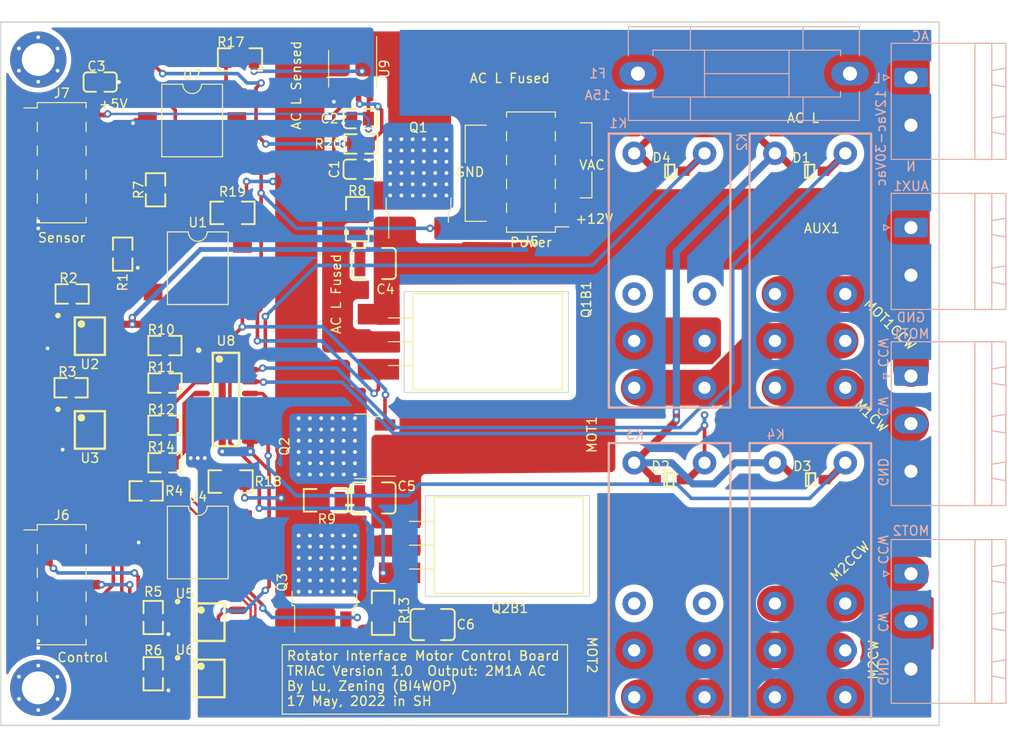
<source format=kicad_pcb>
(kicad_pcb (version 20171130) (host pcbnew "(5.1.10)-1")
  (layers (0 F.Cu signal) (31 B.Cu signal) (34 B.Paste user) (35 F.Paste user) (36 B.SilkS user) (37 F.SilkS user) (38 B.Mask user) (39 F.Mask user) (44 Edge.Cuts user))
  (net 0 "")
  (net 1 GNDS)
  (net 2 "Net-(C1-Pad1)")
  (net 3 +5V)
  (net 4 /MOT1CW)
  (net 5 /MOT1CCW)
  (net 6 /MOT2CW)
  (net 7 /MOT2CCW)
  (net 8 /AUX1)
  (net 9 /AC_in)
  (net 10 VAC)
  (net 11 "Net-(J1-Pad1)")
  (net 12 "Net-(J2-Pad1)")
  (net 13 +12V)
  (net 14 GNDPWR)
  (net 15 /SPWM2)
  (net 16 /RELOUT6)
  (net 17 /SPWM1)
  (net 18 /RELOUT4)
  (net 19 /RELOUT5)
  (net 20 /RELOUT2)
  (net 21 /RELOUT3)
  (net 22 /RELOUT1)
  (net 23 "Net-(J7-Pad10)")
  (net 24 "Net-(J7-Pad8)")
  (net 25 "Net-(J7-Pad7)")
  (net 26 "Net-(J7-Pad6)")
  (net 27 "Net-(J7-Pad5)")
  (net 28 "Net-(J7-Pad4)")
  (net 29 "Net-(J7-Pad3)")
  (net 30 +3V3)
  (net 31 /ISense1)
  (net 32 "Net-(K1-Pad2)")
  (net 33 "Net-(K3-Pad2)")
  (net 34 "Net-(Q1-Pad3)")
  (net 35 "Net-(Q2-Pad3)")
  (net 36 /AC_Mot)
  (net 37 "Net-(Q3-Pad3)")
  (net 38 "Net-(R1-Pad1)")
  (net 39 "Net-(R2-Pad2)")
  (net 40 "Net-(R3-Pad2)")
  (net 41 "Net-(R4-Pad2)")
  (net 42 "Net-(R5-Pad2)")
  (net 43 "Net-(R6-Pad2)")
  (net 44 "Net-(R7-Pad2)")
  (net 45 "Net-(R10-Pad2)")
  (net 46 "Net-(R10-Pad1)")
  (net 47 "Net-(R11-Pad2)")
  (net 48 "Net-(R11-Pad1)")
  (net 49 "Net-(R12-Pad2)")
  (net 50 "Net-(R12-Pad1)")
  (net 51 "Net-(R14-Pad2)")
  (net 52 "Net-(R14-Pad1)")
  (net 53 "Net-(R17-Pad1)")
  (net 54 "Net-(R18-Pad1)")
  (net 55 "Net-(R19-Pad1)")
  (net 56 "Net-(R20-Pad2)")
  (net 57 "Net-(U1-Pad3)")
  (net 58 "Net-(U1-Pad5)")
  (net 59 "Net-(U4-Pad3)")
  (net 60 "Net-(U4-Pad5)")
  (net 61 "Net-(U7-Pad3)")
  (net 62 "Net-(U7-Pad5)")
  (net 63 "Net-(U8-Pad12)")
  (net 64 "Net-(U8-Pad11)")
  (net 65 "Net-(U8-Pad10)")
  (net 66 /AC_MOT1_SW)
  (net 67 /AC_MOT1)
  (net 68 /AC_MOT2_SW)
  (net 69 /AC_MOT2)
  (net 70 "Net-(C4-Pad1)")
  (net 71 "Net-(C5-Pad1)")
  (net 72 "Net-(C6-Pad1)")
  (net 73 "Net-(D1-Pad1)")
  (net 74 "Net-(D2-Pad1)")
  (net 75 "Net-(D3-Pad1)")
  (net 76 "Net-(D4-Pad1)")
  (module MyPCBLib:SOD-123 (layer F.Cu) (at 91.3 35.9)
    (fp_text reference D4 (at -0.873619 -1.424276) (layer F.SilkS))
    (fp_text value 1N4148)
    (pad 1 smd rect (at 1.475 0 180) (size 1.25 1) (layers F.Cu F.Paste F.Mask) (net 76 "Net-(D4-Pad1)"))
    (pad 2 smd rect (at -1.475 0 180) (size 1.25 1) (layers F.Cu F.Paste F.Mask) (net 13 +12V))
  )
  (module MyPCBLib:SOD-123 (layer F.Cu) (at 106.3 68.8)
    (fp_text reference D3 (at -0.873619 -1.424276) (layer F.SilkS))
    (fp_text value 1N4148)
    (pad 1 smd rect (at 1.475 0 180) (size 1.25 1) (layers F.Cu F.Paste F.Mask) (net 75 "Net-(D3-Pad1)"))
    (pad 2 smd rect (at -1.475 0 180) (size 1.25 1) (layers F.Cu F.Paste F.Mask) (net 13 +12V))
  )
  (module MyPCBLib:SOD-123 (layer F.Cu) (at 91.2 68.8)
    (fp_text reference D2 (at -0.873619 -1.424276) (layer F.SilkS))
    (fp_text value 1N4148)
    (pad 1 smd rect (at 1.475 0 180) (size 1.25 1) (layers F.Cu F.Paste F.Mask) (net 74 "Net-(D2-Pad1)"))
    (pad 2 smd rect (at -1.475 0 180) (size 1.25 1) (layers F.Cu F.Paste F.Mask) (net 13 +12V))
  )
  (module MyPCBLib:SOD-123 (layer F.Cu) (at 106.2 35.9)
    (fp_text reference D1 (at -0.873619 -1.424276) (layer F.SilkS))
    (fp_text value 1N4148)
    (pad 1 smd rect (at 1.475 0 180) (size 1.25 1) (layers F.Cu F.Paste F.Mask) (net 73 "Net-(D1-Pad1)"))
    (pad 2 smd rect (at -1.475 0 180) (size 1.25 1) (layers F.Cu F.Paste F.Mask) (net 13 +12V))
  )
  (module lc_lib:1206_R (layer F.Cu) (at 60.75 83 270)
    (fp_text reference R13 (at -0.25 -2.25 90) (layer F.SilkS))
    (fp_text value 100)
    (pad 2 smd rect (at 1.49 0 270) (size 1.13 1.8) (layers F.Cu F.Paste F.Mask) (net 72 "Net-(C6-Pad1)"))
    (pad 1 smd rect (at -1.49 0 270) (size 1.13 1.8) (layers F.Cu F.Paste F.Mask) (net 36 /AC_Mot))
  )
  (module lc_lib:1206_R (layer F.Cu) (at 54.65 71)
    (fp_text reference R9 (at 0.1 2) (layer F.SilkS))
    (fp_text value 100)
    (pad 1 smd rect (at -1.49 0) (size 1.13 1.8) (layers F.Cu F.Paste F.Mask) (net 36 /AC_Mot))
    (pad 2 smd rect (at 1.49 0) (size 1.13 1.8) (layers F.Cu F.Paste F.Mask) (net 71 "Net-(C5-Pad1)"))
  )
  (module lc_lib:1206_R (layer F.Cu) (at 58 41.01 270)
    (fp_text reference R8 (at -3.01 0 180) (layer F.SilkS))
    (fp_text value 100)
    (pad 2 smd rect (at 1.49 0 270) (size 1.13 1.8) (layers F.Cu F.Paste F.Mask) (net 70 "Net-(C4-Pad1)"))
    (pad 1 smd rect (at -1.49 0 270) (size 1.13 1.8) (layers F.Cu F.Paste F.Mask) (net 9 /AC_in))
  )
  (module lc_lib:1210_C (layer F.Cu) (at 66.025 84.25)
    (fp_text reference C6 (at 3.524999 0) (layer F.SilkS))
    (fp_text value "103 100V")
    (pad 2 smd rect (at 1.475 0) (size 1.16 2.72) (layers F.Cu F.Paste F.Mask) (net 69 /AC_MOT2))
    (pad 1 smd rect (at -1.475 0) (size 1.16 2.72) (layers F.Cu F.Paste F.Mask) (net 72 "Net-(C6-Pad1)"))
  )
  (module lc_lib:1210_C (layer F.Cu) (at 59.725 70.75)
    (fp_text reference C5 (at 3.525 -1.25) (layer F.SilkS))
    (fp_text value "103 100V")
    (pad 2 smd rect (at 1.475 0) (size 1.16 2.72) (layers F.Cu F.Paste F.Mask) (net 67 /AC_MOT1))
    (pad 1 smd rect (at -1.475 0) (size 1.16 2.72) (layers F.Cu F.Paste F.Mask) (net 71 "Net-(C5-Pad1)"))
  )
  (module lc_lib:1210_C (layer F.Cu) (at 59.75 45.75)
    (fp_text reference C4 (at 1.25 2.75) (layer F.SilkS))
    (fp_text value "103 100V")
    (pad 2 smd rect (at 1.475 0) (size 1.16 2.72) (layers F.Cu F.Paste F.Mask) (net 8 /AUX1))
    (pad 1 smd rect (at -1.475 0) (size 1.16 2.72) (layers F.Cu F.Paste F.Mask) (net 70 "Net-(C4-Pad1)"))
  )
  (module MyPCBLib:TO-220_External_Thermal_Mount_Short (layer F.Cu) (at 62.5 73.25 270)
    (fp_text reference Q2B1 (at 9.25 -11.75 180) (layer F.SilkS))
    (fp_text value BT138)
    (pad 0 np_thru_hole oval (at 2.54 -16.66 270) (size 3.5 3.5) (drill 3.5) (layers *.Cu *.Mask))
    (pad 1 smd rect (at -0.4 0 270) (size 2.2 4.4) (layers F.Cu F.Paste F.Mask) (net 67 /AC_MOT1))
    (pad 2 smd rect (at 2.54 0 270) (size 2.2 4.4) (layers F.Cu F.Paste F.Mask) (net 36 /AC_Mot))
    (pad 3 smd rect (at 5.48 0 270) (size 2.2 4.4) (layers F.Cu F.Paste F.Mask) (net 35 "Net-(Q2-Pad3)"))
  )
  (module MyPCBLib:TO-220_External_Thermal_Mount_Short (layer F.Cu) (at 60.25 51.55 270)
    (fp_text reference Q1B1 (at -1.95 -22.15 90) (layer F.SilkS))
    (fp_text value BT138)
    (pad 0 np_thru_hole oval (at 2.54 -16.66 270) (size 3.5 3.5) (drill 3.5) (layers *.Cu *.Mask))
    (pad 1 smd rect (at -0.4 0 270) (size 2.2 4.4) (layers F.Cu F.Paste F.Mask) (net 8 /AUX1))
    (pad 2 smd rect (at 2.54 0 270) (size 2.2 4.4) (layers F.Cu F.Paste F.Mask) (net 9 /AC_in))
    (pad 3 smd rect (at 5.48 0 270) (size 2.2 4.4) (layers F.Cu F.Paste F.Mask) (net 34 "Net-(Q1-Pad3)"))
  )
  (module Package_TO_SOT_SMD:TO-252-2 (layer F.Cu) (at 56.75 65.25 180)
    (fp_text reference Q2 (at 6.5 0 90) (layer F.SilkS))
    (fp_text value BT138)
    (pad 2 smd rect (at 2.1 0 180) (size 6.4 5.8) (layers F.Cu F.Mask) (net 36 /AC_Mot))
    (pad 3 smd rect (at -4.2 2.28 180) (size 2.2 1.2) (layers F.Cu F.Paste F.Mask) (net 35 "Net-(Q2-Pad3)"))
    (pad 1 smd rect (at -4.2 -2.28 180) (size 2.2 1.2) (layers F.Cu F.Paste F.Mask) (net 67 /AC_MOT1))
  )
  (module Package_TO_SOT_SMD:TO-252-2 (layer F.Cu) (at 54.5 79.75 90)
    (fp_text reference Q3 (at 0 -4.5 90) (layer F.SilkS))
    (fp_text value BT138)
    (pad 2 smd rect (at 2.1 0 90) (size 6.4 5.8) (layers F.Cu F.Mask) (net 36 /AC_Mot))
    (pad 3 smd rect (at -4.2 2.28 90) (size 2.2 1.2) (layers F.Cu F.Paste F.Mask) (net 37 "Net-(Q3-Pad3)"))
    (pad 1 smd rect (at -4.2 -2.28 90) (size 2.2 1.2) (layers F.Cu F.Paste F.Mask) (net 69 /AC_MOT2))
  )
  (module lc_lib:1206_R (layer F.Cu) (at 44.7 40.35)
    (fp_text reference R19 (at 0 -2.25 180) (layer F.SilkS))
    (fp_text value 33)
    (pad 2 smd rect (at 1.49 0) (size 1.13 1.8) (layers F.Cu F.Paste F.Mask) (net 36 /AC_Mot))
    (pad 1 smd rect (at -1.49 0) (size 1.13 1.8) (layers F.Cu F.Paste F.Mask) (net 55 "Net-(R19-Pad1)"))
  )
  (module lc_lib:1206_R (layer F.Cu) (at 44.5 69)
    (fp_text reference R18 (at 4 0) (layer F.SilkS))
    (fp_text value 33)
    (pad 2 smd rect (at 1.49 0) (size 1.13 1.8) (layers F.Cu F.Paste F.Mask) (net 36 /AC_Mot))
    (pad 1 smd rect (at -1.49 0) (size 1.13 1.8) (layers F.Cu F.Paste F.Mask) (net 54 "Net-(R18-Pad1)"))
  )
  (module lc_lib:1206_R (layer F.Cu) (at 45.5 24)
    (fp_text reference R17 (at -0.978619 -1.849276) (layer F.SilkS))
    (fp_text value 33)
    (pad 2 smd rect (at 1.49 0) (size 1.13 1.8) (layers F.Cu F.Paste F.Mask) (net 9 /AC_in))
    (pad 1 smd rect (at -1.49 0) (size 1.13 1.8) (layers F.Cu F.Paste F.Mask) (net 53 "Net-(R17-Pad1)"))
  )
  (module Package_TO_SOT_SMD:TO-252-2 (layer F.Cu) (at 64.525 37.775 90)
    (fp_text reference Q1 (at 6.525 -0.025 180) (layer F.SilkS))
    (fp_text value BT138)
    (pad 2 smd rect (at 2.1 0 90) (size 6.4 5.8) (layers F.Cu F.Mask) (net 9 /AC_in))
    (pad 3 smd rect (at -4.2 2.28 90) (size 2.2 1.2) (layers F.Cu F.Paste F.Mask) (net 34 "Net-(Q1-Pad3)"))
    (pad 1 smd rect (at -4.2 -2.28 90) (size 2.2 1.2) (layers F.Cu F.Paste F.Mask) (net 8 /AUX1))
  )
  (module Connector_Phoenix_MSTB:PhoenixContact_MSTBA_2,5_2-G-5,08_1x02_P5.08mm_Horizontal (layer B.Cu) (at 117 41.92 270)
    (fp_text reference J9 hide)
    (fp_text value TRIAC_AUX1)
    (pad 2 thru_hole oval (at 5.08 0 270) (size 2.08 3.6) (drill 1.4) (layers *.Cu *.Mask) (net 14 GNDPWR))
    (pad 1 thru_hole roundrect (at 0 0 270) (size 2.08 3.6) (drill 1.4) (layers *.Cu *.Mask) (roundrect_rratio 0.1201908653846154) (net 8 /AUX1))
  )
  (module Package_SO:SOIC-8_3.9x4.9mm_P1.27mm (layer F.Cu) (at 57.5 25 270)
    (fp_text reference U9 (at 0 -3.4 90) (layer F.SilkS))
    (fp_text value ACS712/CC6902)
    (pad 8 smd roundrect (at 2.475 -1.905 270) (size 1.95 0.6) (layers F.Cu F.Paste F.Mask) (net 3 +5V))
    (pad 7 smd roundrect (at 2.475 -0.635 270) (size 1.95 0.6) (layers F.Cu F.Paste F.Mask) (net 56 "Net-(R20-Pad2)"))
    (pad 6 smd roundrect (at 2.475 0.635 270) (size 1.95 0.6) (layers F.Cu F.Paste F.Mask) (net 2 "Net-(C1-Pad1)"))
    (pad 5 smd roundrect (at 2.475 1.905 270) (size 1.95 0.6) (layers F.Cu F.Paste F.Mask) (net 1 GNDS))
    (pad 4 smd roundrect (at -2.475 1.905 270) (size 1.95 0.6) (layers F.Cu F.Paste F.Mask) (net 36 /AC_Mot))
    (pad 3 smd roundrect (at -2.475 0.635 270) (size 1.95 0.6) (layers F.Cu F.Paste F.Mask) (net 36 /AC_Mot) (clearance 0.254))
    (pad 2 smd roundrect (at -2.475 -0.635 270) (size 1.95 0.6) (layers F.Cu F.Paste F.Mask) (net 9 /AC_in) (clearance 0.254))
    (pad 1 smd roundrect (at -2.475 -1.905 270) (size 1.95 0.6) (layers F.Cu F.Paste F.Mask) (net 9 /AC_in))
  )
  (module lc_lib:SOIC-16_150MIL (layer F.Cu) (at 44 60.25 270)
    (fp_text reference U8 (at -6.25 0 180) (layer F.SilkS))
    (fp_text value ULN2003)
    (pad 16 smd oval (at -4.445 -2.6 90) (size 0.6 1.8) (layers F.Cu F.Paste F.Mask) (net 76 "Net-(D4-Pad1)"))
    (pad 15 smd oval (at -3.175 -2.6 90) (size 0.6 1.8) (layers F.Cu F.Paste F.Mask) (net 73 "Net-(D1-Pad1)"))
    (pad 14 smd oval (at -1.905 -2.6 90) (size 0.6 1.8) (layers F.Cu F.Paste F.Mask) (net 74 "Net-(D2-Pad1)"))
    (pad 13 smd oval (at -0.635 -2.6 90) (size 0.6 1.8) (layers F.Cu F.Paste F.Mask) (net 75 "Net-(D3-Pad1)"))
    (pad 12 smd oval (at 0.635 -2.6 90) (size 0.6 1.8) (layers F.Cu F.Paste F.Mask) (net 63 "Net-(U8-Pad12)"))
    (pad 11 smd oval (at 1.905 -2.6 90) (size 0.6 1.8) (layers F.Cu F.Paste F.Mask) (net 64 "Net-(U8-Pad11)"))
    (pad 10 smd oval (at 3.175 -2.6 90) (size 0.6 1.8) (layers F.Cu F.Paste F.Mask) (net 65 "Net-(U8-Pad10)"))
    (pad 9 smd oval (at 4.445 -2.6 90) (size 0.6 1.8) (layers F.Cu F.Paste F.Mask) (net 13 +12V))
    (pad 8 smd oval (at 4.445 2.6 90) (size 0.6 1.8) (layers F.Cu F.Paste F.Mask) (net 14 GNDPWR))
    (pad 7 smd oval (at 3.175 2.6 90) (size 0.6 1.8) (layers F.Cu F.Paste F.Mask) (net 14 GNDPWR))
    (pad 6 smd oval (at 1.905 2.6 90) (size 0.6 1.8) (layers F.Cu F.Paste F.Mask) (net 14 GNDPWR))
    (pad 5 smd oval (at 0.635 2.6 90) (size 0.6 1.8) (layers F.Cu F.Paste F.Mask) (net 14 GNDPWR))
    (pad 4 smd oval (at -0.635 2.6 90) (size 0.6 1.8) (layers F.Cu F.Paste F.Mask) (net 51 "Net-(R14-Pad2)"))
    (pad 3 smd oval (at -1.905 2.6 90) (size 0.6 1.8) (layers F.Cu F.Paste F.Mask) (net 49 "Net-(R12-Pad2)"))
    (pad 2 smd oval (at -3.175 2.6 90) (size 0.6 1.8) (layers F.Cu F.Paste F.Mask) (net 47 "Net-(R11-Pad2)"))
    (pad 1 smd oval (at -4.445 2.6 90) (size 0.6 1.8) (layers F.Cu F.Paste F.Mask) (net 45 "Net-(R10-Pad2)"))
  )
  (module Package_DIP:SMDIP-6_W9.53mm (layer F.Cu) (at 40.4 30.5)
    (fp_text reference U7 (at 0 -4.87) (layer F.SilkS))
    (fp_text value MOC3063M)
    (pad 6 smd rect (at 4.765 -2.54) (size 2 1.78) (layers F.Cu F.Paste F.Mask) (net 53 "Net-(R17-Pad1)"))
    (pad 3 smd rect (at -4.765 2.54) (size 2 1.78) (layers F.Cu F.Paste F.Mask) (net 61 "Net-(U7-Pad3)"))
    (pad 5 smd rect (at 4.765 0) (size 2 1.78) (layers F.Cu F.Paste F.Mask) (net 62 "Net-(U7-Pad5)"))
    (pad 2 smd rect (at -4.765 0) (size 2 1.78) (layers F.Cu F.Paste F.Mask) (net 1 GNDS))
    (pad 4 smd rect (at 4.765 2.54) (size 2 1.78) (layers F.Cu F.Paste F.Mask) (net 34 "Net-(Q1-Pad3)"))
    (pad 1 smd rect (at -4.765 -2.54) (size 2 1.78) (layers F.Cu F.Paste F.Mask) (net 44 "Net-(R7-Pad2)"))
  )
  (module lc_lib:SOP-4_P2.54 (layer F.Cu) (at 42.25 90)
    (fp_text reference U6 (at -2.625219 -3.049276) (layer F.SilkS))
    (fp_text value EL357)
    (pad 4 smd oval (at 3 -1.27 90) (size 0.8 2) (layers F.Cu F.Paste F.Mask) (net 13 +12V))
    (pad 3 smd oval (at 3 1.27 90) (size 0.8 2) (layers F.Cu F.Paste F.Mask) (net 52 "Net-(R14-Pad1)"))
    (pad 2 smd oval (at -3 1.27 90) (size 0.8 2) (layers F.Cu F.Paste F.Mask) (net 1 GNDS))
    (pad 1 smd oval (at -3 -1.27 90) (size 0.8 2) (layers F.Cu F.Paste F.Mask) (net 43 "Net-(R6-Pad2)"))
  )
  (module lc_lib:SOP-4_P2.54 (layer F.Cu) (at 42.25 84)
    (fp_text reference U5 (at -2.625219 -3.049276) (layer F.SilkS))
    (fp_text value EL357)
    (pad 4 smd oval (at 3 -1.27 90) (size 0.8 2) (layers F.Cu F.Paste F.Mask) (net 13 +12V))
    (pad 3 smd oval (at 3 1.27 90) (size 0.8 2) (layers F.Cu F.Paste F.Mask) (net 50 "Net-(R12-Pad1)"))
    (pad 2 smd oval (at -3 1.27 90) (size 0.8 2) (layers F.Cu F.Paste F.Mask) (net 1 GNDS))
    (pad 1 smd oval (at -3 -1.27 90) (size 0.8 2) (layers F.Cu F.Paste F.Mask) (net 42 "Net-(R5-Pad2)"))
  )
  (module Package_DIP:SMDIP-6_W9.53mm (layer F.Cu) (at 41 75.5)
    (fp_text reference U4 (at 0 -4.87) (layer F.SilkS))
    (fp_text value MOC3063M)
    (pad 6 smd rect (at 4.765 -2.54) (size 2 1.78) (layers F.Cu F.Paste F.Mask) (net 54 "Net-(R18-Pad1)"))
    (pad 3 smd rect (at -4.765 2.54) (size 2 1.78) (layers F.Cu F.Paste F.Mask) (net 59 "Net-(U4-Pad3)"))
    (pad 5 smd rect (at 4.765 0) (size 2 1.78) (layers F.Cu F.Paste F.Mask) (net 60 "Net-(U4-Pad5)"))
    (pad 2 smd rect (at -4.765 0) (size 2 1.78) (layers F.Cu F.Paste F.Mask) (net 1 GNDS))
    (pad 4 smd rect (at 4.765 2.54) (size 2 1.78) (layers F.Cu F.Paste F.Mask) (net 37 "Net-(Q3-Pad3)"))
    (pad 1 smd rect (at -4.765 -2.54) (size 2 1.78) (layers F.Cu F.Paste F.Mask) (net 41 "Net-(R4-Pad2)"))
  )
  (module lc_lib:SOP-4_P2.54 (layer F.Cu) (at 29.5 63.5)
    (fp_text reference U3 (at 0 3) (layer F.SilkS))
    (fp_text value EL357)
    (pad 4 smd oval (at 3 -1.27 90) (size 0.8 2) (layers F.Cu F.Paste F.Mask) (net 13 +12V))
    (pad 3 smd oval (at 3 1.27 90) (size 0.8 2) (layers F.Cu F.Paste F.Mask) (net 48 "Net-(R11-Pad1)"))
    (pad 2 smd oval (at -3 1.27 90) (size 0.8 2) (layers F.Cu F.Paste F.Mask) (net 1 GNDS))
    (pad 1 smd oval (at -3 -1.27 90) (size 0.8 2) (layers F.Cu F.Paste F.Mask) (net 40 "Net-(R3-Pad2)"))
  )
  (module lc_lib:SOP-4_P2.54 (layer F.Cu) (at 29.5 53.5)
    (fp_text reference U2 (at 0 3) (layer F.SilkS))
    (fp_text value EL357)
    (pad 4 smd oval (at 3 -1.27 90) (size 0.8 2) (layers F.Cu F.Paste F.Mask) (net 13 +12V))
    (pad 3 smd oval (at 3 1.27 90) (size 0.8 2) (layers F.Cu F.Paste F.Mask) (net 46 "Net-(R10-Pad1)"))
    (pad 2 smd oval (at -3 1.27 90) (size 0.8 2) (layers F.Cu F.Paste F.Mask) (net 1 GNDS))
    (pad 1 smd oval (at -3 -1.27 90) (size 0.8 2) (layers F.Cu F.Paste F.Mask) (net 39 "Net-(R2-Pad2)"))
  )
  (module Package_DIP:SMDIP-6_W9.53mm (layer F.Cu) (at 41 46.25)
    (fp_text reference U1 (at 0 -4.87) (layer F.SilkS))
    (fp_text value MOC3063M)
    (pad 6 smd rect (at 4.765 -2.54) (size 2 1.78) (layers F.Cu F.Paste F.Mask) (net 55 "Net-(R19-Pad1)"))
    (pad 3 smd rect (at -4.765 2.54) (size 2 1.78) (layers F.Cu F.Paste F.Mask) (net 57 "Net-(U1-Pad3)"))
    (pad 5 smd rect (at 4.765 0) (size 2 1.78) (layers F.Cu F.Paste F.Mask) (net 58 "Net-(U1-Pad5)"))
    (pad 2 smd rect (at -4.765 0) (size 2 1.78) (layers F.Cu F.Paste F.Mask) (net 1 GNDS))
    (pad 4 smd rect (at 4.765 2.54) (size 2 1.78) (layers F.Cu F.Paste F.Mask) (net 35 "Net-(Q2-Pad3)"))
    (pad 1 smd rect (at -4.765 -2.54) (size 2 1.78) (layers F.Cu F.Paste F.Mask) (net 38 "Net-(R1-Pad1)"))
  )
  (module lc_lib:0805_R (layer F.Cu) (at 58.39 33)
    (fp_text reference R20 (at -3.5 0) (layer F.SilkS))
    (fp_text value 100)
    (pad 2 smd rect (at 0.89 0) (size 1.16 1.47) (layers F.Cu F.Paste F.Mask) (net 56 "Net-(R20-Pad2)"))
    (pad 1 smd rect (at -0.89 0) (size 1.16 1.47) (layers F.Cu F.Paste F.Mask) (net 31 /ISense1))
  )
  (module lc_lib:0805_R (layer F.Cu) (at 37.5 67)
    (fp_text reference R14 (at -0.393619 -1.684276) (layer F.SilkS))
    (fp_text value 10K)
    (pad 2 smd rect (at 0.89 0) (size 1.16 1.47) (layers F.Cu F.Paste F.Mask) (net 51 "Net-(R14-Pad2)"))
    (pad 1 smd rect (at -0.89 0) (size 1.16 1.47) (layers F.Cu F.Paste F.Mask) (net 52 "Net-(R14-Pad1)"))
  )
  (module lc_lib:0805_R (layer F.Cu) (at 37.5 63)
    (fp_text reference R12 (at -0.393619 -1.684276) (layer F.SilkS))
    (fp_text value 10K)
    (pad 2 smd rect (at 0.89 0) (size 1.16 1.47) (layers F.Cu F.Paste F.Mask) (net 49 "Net-(R12-Pad2)"))
    (pad 1 smd rect (at -0.89 0) (size 1.16 1.47) (layers F.Cu F.Paste F.Mask) (net 50 "Net-(R12-Pad1)"))
  )
  (module lc_lib:0805_R (layer F.Cu) (at 37.5 58.5)
    (fp_text reference R11 (at -0.393619 -1.684276) (layer F.SilkS))
    (fp_text value 10K)
    (pad 2 smd rect (at 0.89 0) (size 1.16 1.47) (layers F.Cu F.Paste F.Mask) (net 47 "Net-(R11-Pad2)"))
    (pad 1 smd rect (at -0.89 0) (size 1.16 1.47) (layers F.Cu F.Paste F.Mask) (net 48 "Net-(R11-Pad1)"))
  )
  (module lc_lib:0805_R (layer F.Cu) (at 37.5 54.5)
    (fp_text reference R10 (at -0.393619 -1.684276) (layer F.SilkS))
    (fp_text value 10K)
    (pad 2 smd rect (at 0.89 0) (size 1.16 1.47) (layers F.Cu F.Paste F.Mask) (net 45 "Net-(R10-Pad2)"))
    (pad 1 smd rect (at -0.89 0) (size 1.16 1.47) (layers F.Cu F.Paste F.Mask) (net 46 "Net-(R10-Pad1)"))
  )
  (module lc_lib:0805_R (layer F.Cu) (at 36.5 37.89 90)
    (fp_text reference R7 (at -0.01 -1.8 90) (layer F.SilkS))
    (fp_text value 220)
    (pad 2 smd rect (at 0.89 0 90) (size 1.16 1.47) (layers F.Cu F.Paste F.Mask) (net 44 "Net-(R7-Pad2)"))
    (pad 1 smd rect (at -0.89 0 90) (size 1.16 1.47) (layers F.Cu F.Paste F.Mask) (net 19 /RELOUT5))
  )
  (module lc_lib:0805_R (layer F.Cu) (at 36.25 89.5 90)
    (fp_text reference R6 (at 2.5 0 180) (layer F.SilkS))
    (fp_text value 220)
    (pad 2 smd rect (at 0.89 0 90) (size 1.16 1.47) (layers F.Cu F.Paste F.Mask) (net 43 "Net-(R6-Pad2)"))
    (pad 1 smd rect (at -0.89 0 90) (size 1.16 1.47) (layers F.Cu F.Paste F.Mask) (net 18 /RELOUT4))
  )
  (module lc_lib:0805_R (layer F.Cu) (at 36.25 83.5 90)
    (fp_text reference R5 (at 2.75 0 180) (layer F.SilkS))
    (fp_text value 220)
    (pad 2 smd rect (at 0.89 0 90) (size 1.16 1.47) (layers F.Cu F.Paste F.Mask) (net 42 "Net-(R5-Pad2)"))
    (pad 1 smd rect (at -0.89 0 90) (size 1.16 1.47) (layers F.Cu F.Paste F.Mask) (net 21 /RELOUT3))
  )
  (module lc_lib:0805_R (layer F.Cu) (at 35.5 70)
    (fp_text reference R4 (at 3 0) (layer F.SilkS))
    (fp_text value 220)
    (pad 2 smd rect (at 0.89 0) (size 1.16 1.47) (layers F.Cu F.Paste F.Mask) (net 41 "Net-(R4-Pad2)"))
    (pad 1 smd rect (at -0.89 0) (size 1.16 1.47) (layers F.Cu F.Paste F.Mask) (net 15 /SPWM2))
  )
  (module lc_lib:0805_R (layer F.Cu) (at 27.5 59)
    (fp_text reference R3 (at -0.393619 -1.684276) (layer F.SilkS))
    (fp_text value 220)
    (pad 2 smd rect (at 0.89 0) (size 1.16 1.47) (layers F.Cu F.Paste F.Mask) (net 40 "Net-(R3-Pad2)"))
    (pad 1 smd rect (at -0.89 0) (size 1.16 1.47) (layers F.Cu F.Paste F.Mask) (net 20 /RELOUT2))
  )
  (module lc_lib:0805_R (layer F.Cu) (at 27.61 49)
    (fp_text reference R2 (at -0.393619 -1.684276) (layer F.SilkS))
    (fp_text value 220)
    (pad 2 smd rect (at 0.89 0) (size 1.16 1.47) (layers F.Cu F.Paste F.Mask) (net 39 "Net-(R2-Pad2)"))
    (pad 1 smd rect (at -0.89 0) (size 1.16 1.47) (layers F.Cu F.Paste F.Mask) (net 22 /RELOUT1))
  )
  (module lc_lib:0805_R (layer F.Cu) (at 33 44.75 270)
    (fp_text reference R1 (at 3 0 90) (layer F.SilkS))
    (fp_text value 220)
    (pad 2 smd rect (at 0.89 0 270) (size 1.16 1.47) (layers F.Cu F.Paste F.Mask) (net 17 /SPWM1))
    (pad 1 smd rect (at -0.89 0 270) (size 1.16 1.47) (layers F.Cu F.Paste F.Mask) (net 38 "Net-(R1-Pad1)"))
  )
  (module MyPCBLib:G2RL-1-E (layer B.Cu) (at 102.5 67 270)
    (fp_text reference K4 (at -3 -0.1) (layer B.SilkS) (effects (justify mirror)))
    (fp_text value G2RL-1-E)
    (pad 5 thru_hole circle (at 25 -7.5 270) (size 2.5 2.5) (drill 1.3) (layers *.Cu *.Mask) (net 6 /MOT2CW))
    (pad 6 thru_hole circle (at 20 -7.5 270) (size 2.5 2.5) (drill 1.3) (layers *.Cu *.Mask) (net 68 /AC_MOT2_SW))
    (pad 7 thru_hole circle (at 15 -7.5 270) (size 2.5 2.5) (drill 1.3) (layers *.Cu *.Mask) (net 7 /MOT2CCW))
    (pad 4 thru_hole circle (at 25 0 270) (size 2.5 2.5) (drill 1.3) (layers *.Cu *.Mask) (net 6 /MOT2CW))
    (pad 3 thru_hole circle (at 20 0 270) (size 2.5 2.5) (drill 1.3) (layers *.Cu *.Mask) (net 68 /AC_MOT2_SW))
    (pad 2 thru_hole circle (at 15 0 270) (size 2.5 2.5) (drill 1.3) (layers *.Cu *.Mask) (net 7 /MOT2CCW))
    (pad 8 thru_hole circle (at 0 -7.5 270) (size 2.5 2.5) (drill 1.3) (layers *.Cu *.Mask) (net 75 "Net-(D3-Pad1)"))
    (pad 1 thru_hole circle (at 0 0 270) (size 2.5 2.5) (drill 1.3) (layers *.Cu *.Mask) (net 13 +12V))
  )
  (module MyPCBLib:G2RL-1-E (layer B.Cu) (at 87.5 67 270)
    (fp_text reference K3 (at -3 -0.1 180) (layer B.SilkS) (effects (justify mirror)))
    (fp_text value G2RL-1-E)
    (pad 5 thru_hole circle (at 25 -7.5 270) (size 2.5 2.5) (drill 1.3) (layers *.Cu *.Mask) (net 68 /AC_MOT2_SW))
    (pad 6 thru_hole circle (at 20 -7.5 270) (size 2.5 2.5) (drill 1.3) (layers *.Cu *.Mask) (net 69 /AC_MOT2))
    (pad 7 thru_hole circle (at 15 -7.5 270) (size 2.5 2.5) (drill 1.3) (layers *.Cu *.Mask) (net 33 "Net-(K3-Pad2)"))
    (pad 4 thru_hole circle (at 25 0 270) (size 2.5 2.5) (drill 1.3) (layers *.Cu *.Mask) (net 68 /AC_MOT2_SW))
    (pad 3 thru_hole circle (at 20 0 270) (size 2.5 2.5) (drill 1.3) (layers *.Cu *.Mask) (net 69 /AC_MOT2))
    (pad 2 thru_hole circle (at 15 0 270) (size 2.5 2.5) (drill 1.3) (layers *.Cu *.Mask) (net 33 "Net-(K3-Pad2)"))
    (pad 8 thru_hole circle (at 0 -7.5 270) (size 2.5 2.5) (drill 1.3) (layers *.Cu *.Mask) (net 74 "Net-(D2-Pad1)"))
    (pad 1 thru_hole circle (at 0 0 270) (size 2.5 2.5) (drill 1.3) (layers *.Cu *.Mask) (net 13 +12V))
  )
  (module MyPCBLib:G2RL-1-E (layer B.Cu) (at 102.5 34 270)
    (fp_text reference K2 (at -1.2 3.5 90) (layer B.SilkS) (effects (justify mirror)))
    (fp_text value G2RL-1-E)
    (pad 5 thru_hole circle (at 25 -7.5 270) (size 2.5 2.5) (drill 1.3) (layers *.Cu *.Mask) (net 4 /MOT1CW))
    (pad 6 thru_hole circle (at 20 -7.5 270) (size 2.5 2.5) (drill 1.3) (layers *.Cu *.Mask) (net 66 /AC_MOT1_SW))
    (pad 7 thru_hole circle (at 15 -7.5 270) (size 2.5 2.5) (drill 1.3) (layers *.Cu *.Mask) (net 5 /MOT1CCW))
    (pad 4 thru_hole circle (at 25 0 270) (size 2.5 2.5) (drill 1.3) (layers *.Cu *.Mask) (net 4 /MOT1CW))
    (pad 3 thru_hole circle (at 20 0 270) (size 2.5 2.5) (drill 1.3) (layers *.Cu *.Mask) (net 66 /AC_MOT1_SW))
    (pad 2 thru_hole circle (at 15 0 270) (size 2.5 2.5) (drill 1.3) (layers *.Cu *.Mask) (net 5 /MOT1CCW))
    (pad 8 thru_hole circle (at 0 -7.5 270) (size 2.5 2.5) (drill 1.3) (layers *.Cu *.Mask) (net 73 "Net-(D1-Pad1)"))
    (pad 1 thru_hole circle (at 0 0 270) (size 2.5 2.5) (drill 1.3) (layers *.Cu *.Mask) (net 13 +12V))
  )
  (module MyPCBLib:G2RL-1-E (layer B.Cu) (at 87.5 34 270)
    (fp_text reference K1 (at -3.2 1.7) (layer B.SilkS) (effects (justify mirror)))
    (fp_text value G2RL-1-E)
    (pad 5 thru_hole circle (at 25 -7.5 270) (size 2.5 2.5) (drill 1.3) (layers *.Cu *.Mask) (net 66 /AC_MOT1_SW))
    (pad 6 thru_hole circle (at 20 -7.5 270) (size 2.5 2.5) (drill 1.3) (layers *.Cu *.Mask) (net 67 /AC_MOT1))
    (pad 7 thru_hole circle (at 15 -7.5 270) (size 2.5 2.5) (drill 1.3) (layers *.Cu *.Mask) (net 32 "Net-(K1-Pad2)"))
    (pad 4 thru_hole circle (at 25 0 270) (size 2.5 2.5) (drill 1.3) (layers *.Cu *.Mask) (net 66 /AC_MOT1_SW))
    (pad 3 thru_hole circle (at 20 0 270) (size 2.5 2.5) (drill 1.3) (layers *.Cu *.Mask) (net 67 /AC_MOT1))
    (pad 2 thru_hole circle (at 15 0 270) (size 2.5 2.5) (drill 1.3) (layers *.Cu *.Mask) (net 32 "Net-(K1-Pad2)"))
    (pad 8 thru_hole circle (at 0 -7.5 270) (size 2.5 2.5) (drill 1.3) (layers *.Cu *.Mask) (net 76 "Net-(D4-Pad1)"))
    (pad 1 thru_hole circle (at 0 0 270) (size 2.5 2.5) (drill 1.3) (layers *.Cu *.Mask) (net 13 +12V))
  )
  (module Connector_Phoenix_MSTB:PhoenixContact_MSTBA_2,5_2-G-5,08_1x02_P5.08mm_Horizontal (layer B.Cu) (at 117 25.92 270)
    (fp_text reference J12 hide)
    (fp_text value "AC in")
    (pad 2 thru_hole oval (at 5.08 0 270) (size 2.08 3.6) (drill 1.4) (layers *.Cu *.Mask) (net 14 GNDPWR))
    (pad 1 thru_hole roundrect (at 0 0 270) (size 2.08 3.6) (drill 1.4) (layers *.Cu *.Mask) (roundrect_rratio 0.1201908653846154) (net 10 VAC))
  )
  (module Connector_Phoenix_MSTB:PhoenixContact_MSTBA_2,5_3-G-5,08_1x03_P5.08mm_Horizontal (layer B.Cu) (at 117 78.84 270)
    (fp_text reference J11 hide)
    (fp_text value MOT2)
    (pad 3 thru_hole oval (at 10.16 0 270) (size 2.08 3.6) (drill 1.4) (layers *.Cu *.Mask) (net 14 GNDPWR))
    (pad 2 thru_hole oval (at 5.08 0 270) (size 2.08 3.6) (drill 1.4) (layers *.Cu *.Mask) (net 6 /MOT2CW))
    (pad 1 thru_hole roundrect (at 0 0 270) (size 2.08 3.6) (drill 1.4) (layers *.Cu *.Mask) (roundrect_rratio 0.1201908653846154) (net 7 /MOT2CCW))
  )
  (module Connector_Phoenix_MSTB:PhoenixContact_MSTBA_2,5_3-G-5,08_1x03_P5.08mm_Horizontal (layer B.Cu) (at 117 57.75 270)
    (fp_text reference J8 hide)
    (fp_text value MOT1)
    (pad 3 thru_hole oval (at 10.16 0 270) (size 2.08 3.6) (drill 1.4) (layers *.Cu *.Mask) (net 14 GNDPWR))
    (pad 2 thru_hole oval (at 5.08 0 270) (size 2.08 3.6) (drill 1.4) (layers *.Cu *.Mask) (net 4 /MOT1CW))
    (pad 1 thru_hole roundrect (at 0 0 270) (size 2.08 3.6) (drill 1.4) (layers *.Cu *.Mask) (roundrect_rratio 0.1201908653846154) (net 5 /MOT1CCW))
  )
  (module Connector_PinHeader_2.54mm:PinHeader_2x05_P2.54mm_Vertical_SMD (layer F.Cu) (at 26.5 35)
    (fp_text reference J7 (at 0 -7.41) (layer F.SilkS))
    (fp_text value Sensor)
    (pad 10 smd rect (at 2.525 5.08) (size 3.15 1) (layers F.Cu F.Paste F.Mask) (net 23 "Net-(J7-Pad10)"))
    (pad 9 smd rect (at -2.525 5.08) (size 3.15 1) (layers F.Cu F.Paste F.Mask) (net 1 GNDS))
    (pad 8 smd rect (at 2.525 2.54) (size 3.15 1) (layers F.Cu F.Paste F.Mask) (net 24 "Net-(J7-Pad8)"))
    (pad 7 smd rect (at -2.525 2.54) (size 3.15 1) (layers F.Cu F.Paste F.Mask) (net 25 "Net-(J7-Pad7)"))
    (pad 6 smd rect (at 2.525 0) (size 3.15 1) (layers F.Cu F.Paste F.Mask) (net 26 "Net-(J7-Pad6)"))
    (pad 5 smd rect (at -2.525 0) (size 3.15 1) (layers F.Cu F.Paste F.Mask) (net 27 "Net-(J7-Pad5)"))
    (pad 4 smd rect (at 2.525 -2.54) (size 3.15 1) (layers F.Cu F.Paste F.Mask) (net 28 "Net-(J7-Pad4)"))
    (pad 3 smd rect (at -2.525 -2.54) (size 3.15 1) (layers F.Cu F.Paste F.Mask) (net 29 "Net-(J7-Pad3)"))
    (pad 2 smd rect (at 2.525 -5.08) (size 3.15 1) (layers F.Cu F.Paste F.Mask) (net 3 +5V))
    (pad 1 smd rect (at -2.525 -5.08) (size 3.15 1) (layers F.Cu F.Paste F.Mask) (net 31 /ISense1))
  )
  (module Connector_PinHeader_2.54mm:PinHeader_2x05_P2.54mm_Vertical_SMD (layer F.Cu) (at 26.5 80)
    (fp_text reference J6 (at 0 -7.41) (layer F.SilkS))
    (fp_text value "Control Signals")
    (pad 10 smd rect (at 2.525 5.08) (size 3.15 1) (layers F.Cu F.Paste F.Mask) (net 15 /SPWM2))
    (pad 9 smd rect (at -2.525 5.08) (size 3.15 1) (layers F.Cu F.Paste F.Mask) (net 1 GNDS))
    (pad 8 smd rect (at 2.525 2.54) (size 3.15 1) (layers F.Cu F.Paste F.Mask) (net 16 /RELOUT6))
    (pad 7 smd rect (at -2.525 2.54) (size 3.15 1) (layers F.Cu F.Paste F.Mask) (net 17 /SPWM1))
    (pad 6 smd rect (at 2.525 0) (size 3.15 1) (layers F.Cu F.Paste F.Mask) (net 18 /RELOUT4))
    (pad 5 smd rect (at -2.525 0) (size 3.15 1) (layers F.Cu F.Paste F.Mask) (net 19 /RELOUT5))
    (pad 4 smd rect (at 2.525 -2.54) (size 3.15 1) (layers F.Cu F.Paste F.Mask) (net 20 /RELOUT2))
    (pad 3 smd rect (at -2.525 -2.54) (size 3.15 1) (layers F.Cu F.Paste F.Mask) (net 21 /RELOUT3))
    (pad 2 smd rect (at 2.525 -5.08) (size 3.15 1) (layers F.Cu F.Paste F.Mask) (net 30 +3V3))
    (pad 1 smd rect (at -2.525 -5.08) (size 3.15 1) (layers F.Cu F.Paste F.Mask) (net 22 /RELOUT1))
  )
  (module Connector_PinHeader_2.54mm:PinHeader_2x05_P2.54mm_Vertical_SMD (layer F.Cu) (at 76.5 36 180)
    (fp_text reference J5 (at 0 -7.41) (layer F.SilkS))
    (fp_text value Power)
    (pad 10 smd rect (at 2.525 5.08 180) (size 3.15 1) (layers F.Cu F.Paste F.Mask) (net 13 +12V))
    (pad 9 smd rect (at -2.525 5.08 180) (size 3.15 1) (layers F.Cu F.Paste F.Mask) (net 14 GNDPWR))
    (pad 8 smd rect (at 2.525 2.54 180) (size 3.15 1) (layers F.Cu F.Paste F.Mask) (net 10 VAC))
    (pad 7 smd rect (at -2.525 2.54 180) (size 3.15 1) (layers F.Cu F.Paste F.Mask) (net 14 GNDPWR))
    (pad 6 smd rect (at 2.525 0 180) (size 3.15 1) (layers F.Cu F.Paste F.Mask) (net 10 VAC))
    (pad 5 smd rect (at -2.525 0 180) (size 3.15 1) (layers F.Cu F.Paste F.Mask) (net 14 GNDPWR))
    (pad 4 smd rect (at 2.525 -2.54 180) (size 3.15 1) (layers F.Cu F.Paste F.Mask) (net 10 VAC))
    (pad 3 smd rect (at -2.525 -2.54 180) (size 3.15 1) (layers F.Cu F.Paste F.Mask) (net 14 GNDPWR))
    (pad 2 smd rect (at 2.525 -5.08 180) (size 3.15 1) (layers F.Cu F.Paste F.Mask) (net 10 VAC))
    (pad 1 smd rect (at -2.525 -5.08 180) (size 3.15 1) (layers F.Cu F.Paste F.Mask) (net 14 GNDPWR))
  )
  (module MyPCBLib:M3_Screwhole (layer F.Cu) (at 24 91)
    (fp_text reference J2 hide)
    (fp_text value Screw hide)
    (pad 1 thru_hole circle (at 2.05681 -1.1875 300) (size 0.8 0.8) (drill 0.4) (layers *.Cu *.Mask) (net 12 "Net-(J2-Pad1)"))
    (pad 1 thru_hole circle (at 2.05681 1.1875 240) (size 0.8 0.8) (drill 0.4) (layers *.Cu *.Mask) (net 12 "Net-(J2-Pad1)"))
    (pad 1 thru_hole circle (at 0 2.375 180) (size 0.8 0.8) (drill 0.4) (layers *.Cu *.Mask) (net 12 "Net-(J2-Pad1)"))
    (pad 1 thru_hole circle (at -2.05681 1.1875 120) (size 0.8 0.8) (drill 0.4) (layers *.Cu *.Mask) (net 12 "Net-(J2-Pad1)"))
    (pad 1 thru_hole circle (at -2.05681 -1.1875 60) (size 0.8 0.8) (drill 0.4) (layers *.Cu *.Mask) (net 12 "Net-(J2-Pad1)"))
    (pad 1 thru_hole circle (at 0 -2.375) (size 0.8 0.8) (drill 0.4) (layers *.Cu *.Mask) (net 12 "Net-(J2-Pad1)"))
    (pad 1 thru_hole circle (at 0 0) (size 6 6) (drill 3.5) (layers *.Cu *.Mask) (net 12 "Net-(J2-Pad1)"))
  )
  (module MyPCBLib:M3_Screwhole (layer F.Cu) (at 24 24)
    (fp_text reference J1 hide)
    (fp_text value Screw hide)
    (pad 1 thru_hole circle (at 2.05681 -1.1875 300) (size 0.8 0.8) (drill 0.4) (layers *.Cu *.Mask) (net 11 "Net-(J1-Pad1)"))
    (pad 1 thru_hole circle (at 2.05681 1.1875 240) (size 0.8 0.8) (drill 0.4) (layers *.Cu *.Mask) (net 11 "Net-(J1-Pad1)"))
    (pad 1 thru_hole circle (at 0 2.375 180) (size 0.8 0.8) (drill 0.4) (layers *.Cu *.Mask) (net 11 "Net-(J1-Pad1)"))
    (pad 1 thru_hole circle (at -2.05681 1.1875 120) (size 0.8 0.8) (drill 0.4) (layers *.Cu *.Mask) (net 11 "Net-(J1-Pad1)"))
    (pad 1 thru_hole circle (at -2.05681 -1.1875 60) (size 0.8 0.8) (drill 0.4) (layers *.Cu *.Mask) (net 11 "Net-(J1-Pad1)"))
    (pad 1 thru_hole circle (at 0 -2.375) (size 0.8 0.8) (drill 0.4) (layers *.Cu *.Mask) (net 11 "Net-(J1-Pad1)"))
    (pad 1 thru_hole circle (at 0 0) (size 6 6) (drill 3.5) (layers *.Cu *.Mask) (net 11 "Net-(J1-Pad1)"))
  )
  (module MyPCBLib:Fuseholder5x20 (layer B.Cu) (at 110.5 25.5 180)
    (fp_text reference F1 (at 26.9 0) (layer B.SilkS) (effects (justify mirror)))
    (fp_text value 15A)
    (pad 2 thru_hole oval (at 22.6 0 270) (size 2.5 4) (drill 1.5) (layers *.Cu *.Mask) (net 9 /AC_in))
    (pad 1 thru_hole oval (at 0 0 270) (size 2.5 4) (drill 1.5) (layers *.Cu *.Mask) (net 10 VAC))
  )
  (module lc_lib:0805_C (layer F.Cu) (at 30.6 26.4)
    (fp_text reference C3 (at -0.393619 -1.684276) (layer F.SilkS))
    (fp_text value 104)
    (pad 2 smd rect (at 0.89 0) (size 1.16 1.47) (layers F.Cu F.Paste F.Mask) (net 1 GNDS))
    (pad 1 smd rect (at -0.89 0) (size 1.16 1.47) (layers F.Cu F.Paste F.Mask) (net 31 /ISense1))
  )
  (module lc_lib:0805_C (layer F.Cu) (at 58.3 30.3)
    (fp_text reference C2 (at -3.25 0) (layer F.SilkS))
    (fp_text value 104)
    (pad 2 smd rect (at 0.89 0) (size 1.16 1.47) (layers F.Cu F.Paste F.Mask) (net 3 +5V))
    (pad 1 smd rect (at -0.89 0) (size 1.16 1.47) (layers F.Cu F.Paste F.Mask) (net 1 GNDS))
  )
  (module lc_lib:0805_C (layer F.Cu) (at 58.3 35.7)
    (fp_text reference C1 (at -2.75 0 90) (layer F.SilkS))
    (fp_text value 104)
    (pad 2 smd rect (at 0.89 0) (size 1.16 1.47) (layers F.Cu F.Paste F.Mask) (net 1 GNDS))
    (pad 1 smd rect (at -0.89 0) (size 1.16 1.47) (layers F.Cu F.Paste F.Mask) (net 2 "Net-(C1-Pad1)"))
  )
  (gr_line (start 65.25 70.5) (end 82.75 70.5) (layer Edge.Cuts) (width 0.1))
  (gr_line (start 82.75 70.5) (end 82.75 81.25) (layer Edge.Cuts) (width 0.1))
  (gr_line (start 65.25 81.25) (end 65.25 70.5) (layer Edge.Cuts) (width 0.1))
  (gr_line (start 82.75 81.25) (end 65.25 81.25) (layer Edge.Cuts) (width 0.1))
  (gr_line (start 80.5 48.75) (end 80.5 59.5) (layer Edge.Cuts) (width 0.1))
  (gr_line (start 63 48.75) (end 80.5 48.75) (layer Edge.Cuts) (width 0.1))
  (gr_line (start 63 59.5) (end 63 48.75) (layer Edge.Cuts) (width 0.1))
  (gr_line (start 80.5 59.5) (end 63 59.5) (layer Edge.Cuts) (width 0.1))
  (gr_text MOT2 (at 83 87.5 270) (layer F.SilkS) (effects (font (size 1 1))))
  (gr_text MOT1 (at 83 64 90) (layer F.SilkS) (effects (font (size 1 1))))
  (gr_text "AC L Fused" (at 55.75 49 90) (layer F.SilkS) (effects (font (size 1 1))))
  (gr_text "AC L Sensed" (at 51.5 26.75 90) (layer F.SilkS) (effects (font (size 1 1))))
  (gr_text "AC L Fused" (at 74.25 26) (layer F.SilkS) (effects (font (size 1 1))))
  (gr_text M2CW (at 113 88 90) (layer F.SilkS) (effects (font (size 1 1))))
  (gr_text M2CCW (at 110.5 77.5 45) (layer F.SilkS) (effects (font (size 1 1))))
  (gr_text M1CW (at 112.75 62 -45) (layer F.SilkS) (effects (font (size 1 1))))
  (gr_text MOT1CCW (at 114.75 52.25 315) (layer F.SilkS) (effects (font (size 1 1))))
  (gr_text "AC L" (at 105.5 30.25) (layer F.SilkS) (effects (font (size 1 1))))
  (gr_text AUX1 (at 107.5 42) (layer F.SilkS) (effects (font (size 1 1))))
  (gr_line (start 50 93.8) (end 50 86.4) (layer F.SilkS) (width 0.12))
  (gr_line (start 80.4 93.8) (end 50 93.8) (layer F.SilkS) (width 0.12))
  (gr_line (start 80.4 86.4) (end 80.4 93.8) (layer F.SilkS) (width 0.12))
  (gr_line (start 50 86.4) (end 80.4 86.4) (layer F.SilkS) (width 0.12))
  (gr_text "Rotator Interface Motor Control Board\nTRIAC Version 1.0  Output: 2M1A AC\nBy Lu, Zening (BI4WOP)\n17 May, 2022 in SH" (at 50.4 90) (layer F.SilkS) (effects (font (size 1 1)) (justify left)))
  (gr_text 15A (at 83.6 27.8) (layer B.SilkS) (effects (font (size 1 1)) (justify mirror)))
  (gr_text 12Vac-30Vac (at 113.8 32.4 90) (layer B.SilkS) (effects (font (size 1 1)) (justify mirror)))
  (gr_text GND (at 114 89.25 270) (layer B.SilkS) (effects (font (size 1 1)) (justify mirror)))
  (gr_text CW (at 114 84 270) (layer B.SilkS) (effects (font (size 1 1)) (justify mirror)))
  (gr_text CCW (at 114 76.25 270) (layer B.SilkS) (effects (font (size 1 1)) (justify mirror)))
  (gr_text MOT2 (at 117 74.25) (layer B.SilkS) (effects (font (size 1 1)) (justify mirror)))
  (gr_text GND (at 114 68 270) (layer B.SilkS) (effects (font (size 1 1)) (justify mirror)))
  (gr_text CW (at 114 61 270) (layer B.SilkS) (effects (font (size 1 1)) (justify mirror)))
  (gr_text CCW (at 114 55.25 270) (layer B.SilkS) (effects (font (size 1 1)) (justify mirror)))
  (gr_text MOT1 (at 117 53.25) (layer B.SilkS) (effects (font (size 1 1)) (justify mirror)))
  (gr_text AUX1 (at 117 37.5) (layer B.SilkS) (effects (font (size 1 1)) (justify mirror)))
  (gr_text GND (at 117 51.5) (layer B.SilkS) (effects (font (size 1 1)) (justify mirror)))
  (gr_text AC (at 118 21.5) (layer B.SilkS) (effects (font (size 1 1)) (justify mirror)))
  (gr_text N (at 117 35.4) (layer B.SilkS) (effects (font (size 1 1)) (justify mirror)))
  (gr_text L (at 113.4 26) (layer B.SilkS) (effects (font (size 1 1)) (justify mirror)))
  (gr_line (start 69.5 41.25) (end 71.75 41.25) (layer F.SilkS) (width 0.12))
  (gr_line (start 69.5 36.75) (end 69.5 41.25) (layer F.SilkS) (width 0.12))
  (gr_line (start 69.5 31) (end 71.75 31) (layer F.SilkS) (width 0.12))
  (gr_line (start 69.5 35) (end 69.5 31) (layer F.SilkS) (width 0.12))
  (gr_text GND (at 70 36) (layer F.SilkS) (effects (font (size 1 1))))
  (gr_line (start 83 38.75) (end 81.75 38.75) (layer F.SilkS) (width 0.12))
  (gr_line (start 83 36) (end 83 38.75) (layer F.SilkS) (width 0.12))
  (gr_line (start 83 30.75) (end 81.75 30.75) (layer F.SilkS) (width 0.12))
  (gr_line (start 83 34.25) (end 83 30.75) (layer F.SilkS) (width 0.12))
  (gr_text +12V (at 83.25 41) (layer F.SilkS) (effects (font (size 1 1))))
  (gr_text VAC (at 83 35.25) (layer F.SilkS) (effects (font (size 1 1))))
  (gr_text Power (at 76.5 43.5) (layer F.SilkS) (effects (font (size 1 1))))
  (gr_text Control (at 28.75 87.75) (layer F.SilkS) (effects (font (size 1 1))))
  (gr_text Sensor (at 26.5 43) (layer F.SilkS) (effects (font (size 1 1))))
  (gr_text +5V (at 32 28.75) (layer F.SilkS) (effects (font (size 1 1))))
  (gr_line (start 20 95) (end 20 20) (layer Edge.Cuts) (width 0.15))
  (gr_line (start 120 95) (end 20 95) (layer Edge.Cuts) (width 0.15))
  (gr_line (start 120 20) (end 120 95) (layer Edge.Cuts) (width 0.15))
  (gr_line (start 20 20) (end 120 20) (layer Edge.Cuts) (width 0.15))
  (via (at 55.5 28.5) (size 0.8) (drill 0.4) (layers F.Cu B.Cu) (net 1))
  (segment (start 55.595 28.405) (end 55.5 28.5) (width 0.381) (layer F.Cu) (net 1))
  (segment (start 55.595 27.475) (end 55.595 28.405) (width 0.381) (layer F.Cu) (net 1))
  (via (at 59.25 34.749998) (size 0.8) (drill 0.4) (layers F.Cu B.Cu) (net 1))
  (segment (start 59.19 35.7) (end 59.19 34.809998) (width 0.381) (layer F.Cu) (net 1))
  (segment (start 59.19 34.809998) (end 59.25 34.749998) (width 0.381) (layer F.Cu) (net 1))
  (via (at 26.6 65.6) (size 0.8) (drill 0.4) (layers F.Cu B.Cu) (net 1))
  (segment (start 26.5 65.5) (end 26.6 65.6) (width 0.508) (layer F.Cu) (net 1))
  (segment (start 26.5 64.77) (end 26.5 65.5) (width 0.508) (layer F.Cu) (net 1))
  (via (at 25 54.8) (size 0.8) (drill 0.4) (layers F.Cu B.Cu) (net 1))
  (segment (start 25.03 54.77) (end 25 54.8) (width 0.508) (layer F.Cu) (net 1))
  (segment (start 26.5 54.77) (end 25.03 54.77) (width 0.508) (layer F.Cu) (net 1))
  (via (at 34.6 46.2) (size 0.8) (drill 0.4) (layers F.Cu B.Cu) (net 1))
  (segment (start 34.65 46.25) (end 34.6 46.2) (width 0.508) (layer F.Cu) (net 1))
  (segment (start 36.235 46.25) (end 34.65 46.25) (width 0.508) (layer F.Cu) (net 1))
  (via (at 34.700008 75.499992) (size 0.8) (drill 0.4) (layers F.Cu B.Cu) (net 1))
  (segment (start 36.235 75.5) (end 34.700016 75.5) (width 0.508) (layer F.Cu) (net 1))
  (segment (start 34.700016 75.5) (end 34.700008 75.499992) (width 0.508) (layer F.Cu) (net 1))
  (via (at 32.6 26.4) (size 0.8) (drill 0.4) (layers F.Cu B.Cu) (net 1))
  (segment (start 31.49 26.4) (end 32.6 26.4) (width 0.508) (layer F.Cu) (net 1))
  (segment (start 56.98101 30.3) (end 56.5 30.78101) (width 0.381) (layer F.Cu) (net 1))
  (segment (start 57.41 30.3) (end 56.98101 30.3) (width 0.381) (layer F.Cu) (net 1))
  (via (at 34.100006 30.78101) (size 0.8) (drill 0.4) (layers F.Cu B.Cu) (net 1))
  (segment (start 34.381016 30.5) (end 34.100006 30.78101) (width 0.508) (layer F.Cu) (net 1))
  (via (at 56.5 30.78101) (size 0.8) (drill 0.4) (layers F.Cu B.Cu) (net 1))
  (segment (start 35.635 30.5) (end 34.381016 30.5) (width 0.508) (layer F.Cu) (net 1))
  (segment (start 48.054011 30.78101) (end 48.619696 30.78101) (width 0.381) (layer B.Cu) (net 1))
  (segment (start 48.619696 30.78101) (end 56.5 30.78101) (width 0.381) (layer B.Cu) (net 1))
  (via (at 37.870001 85.270001) (size 0.8) (drill 0.4) (layers F.Cu B.Cu) (net 1))
  (segment (start 39.25 85.27) (end 38.435686 85.270001) (width 0.508) (layer F.Cu) (net 1))
  (segment (start 38.435686 85.270001) (end 37.870001 85.270001) (width 0.508) (layer F.Cu) (net 1))
  (via (at 37.869995 91.269995) (size 0.8) (drill 0.4) (layers F.Cu B.Cu) (net 1))
  (segment (start 39.25 91.27) (end 37.87 91.27) (width 0.508) (layer F.Cu) (net 1))
  (segment (start 37.87 91.27) (end 37.869995 91.269995) (width 0.508) (layer F.Cu) (net 1))
  (via (at 24 41.250004) (size 0.8) (drill 0.4) (layers F.Cu B.Cu) (net 1))
  (segment (start 23.975 41.225004) (end 24 41.250004) (width 0.762) (layer F.Cu) (net 1))
  (segment (start 23.975 40.08) (end 23.975 41.225004) (width 0.762) (layer F.Cu) (net 1))
  (via (at 24.000004 42) (size 0.8) (drill 0.4) (layers F.Cu B.Cu) (net 1))
  (segment (start 24 41.250004) (end 24 41.999996) (width 0.762) (layer F.Cu) (net 1))
  (segment (start 24 41.999996) (end 24.000004 42) (width 0.762) (layer F.Cu) (net 1))
  (via (at 24 86) (size 0.8) (drill 0.4) (layers F.Cu B.Cu) (net 1))
  (segment (start 23.975 85.08) (end 23.975 85.975) (width 0.762) (layer F.Cu) (net 1))
  (segment (start 23.975 85.975) (end 24 86) (width 0.762) (layer F.Cu) (net 1))
  (via (at 24 86.75) (size 0.8) (drill 0.4) (layers F.Cu B.Cu) (net 1))
  (segment (start 23.975 86.725) (end 24 86.75) (width 0.762) (layer F.Cu) (net 1))
  (segment (start 23.975 85.08) (end 23.975 86.725) (width 0.762) (layer F.Cu) (net 1))
  (segment (start 57.41 35.7) (end 55.5 33.79) (width 0.381) (layer F.Cu) (net 2))
  (segment (start 56.865 28.45) (end 56.865 27.475) (width 0.381) (layer F.Cu) (net 2))
  (segment (start 55.5 29.815) (end 56.865 28.45) (width 0.381) (layer F.Cu) (net 2))
  (segment (start 55.5 33.79) (end 55.5 29.815) (width 0.381) (layer F.Cu) (net 2))
  (segment (start 59.19 27.69) (end 59.405 27.475) (width 0.381) (layer F.Cu) (net 3))
  (segment (start 59.19 30.3) (end 59.19 27.69) (width 0.381) (layer F.Cu) (net 3))
  (via (at 31.4 29.8) (size 0.8) (drill 0.4) (layers F.Cu B.Cu) (net 3))
  (segment (start 31.28 29.92) (end 31.4 29.8) (width 0.508) (layer F.Cu) (net 3))
  (segment (start 29.025 29.92) (end 31.28 29.92) (width 0.508) (layer F.Cu) (net 3))
  (segment (start 31.4 29.8) (end 58.6 29.8) (width 0.254) (layer B.Cu) (net 3))
  (via (at 59.2 31.4) (size 0.8) (drill 0.4) (layers F.Cu B.Cu) (net 3))
  (segment (start 59.2 30.4) (end 59.2 31.4) (width 0.254) (layer B.Cu) (net 3))
  (segment (start 58.6 29.8) (end 59.2 30.4) (width 0.254) (layer B.Cu) (net 3))
  (segment (start 59.2 30.31) (end 59.19 30.3) (width 0.254) (layer F.Cu) (net 3))
  (segment (start 59.2 31.4) (end 59.2 30.31) (width 0.254) (layer F.Cu) (net 3))
  (segment (start 113.92 62.92) (end 110 59) (width 3.81) (layer F.Cu) (net 4))
  (segment (start 117 62.92) (end 117 62.92) (width 3.81) (layer F.Cu) (net 4))
  (segment (start 110 59) (end 103 59) (width 3.81) (layer F.Cu) (net 4))
  (segment (start 117 62.92) (end 113.92 62.92) (width 3.81) (layer F.Cu) (net 4))
  (segment (start 117 54.75) (end 117 57) (width 3.81) (layer F.Cu) (net 5))
  (segment (start 111.25 49) (end 117 54.75) (width 3.81) (layer F.Cu) (net 5))
  (segment (start 103 49) (end 111.25 49) (width 3.81) (layer F.Cu) (net 5))
  (segment (start 102.5 92) (end 110 92) (width 3.81) (layer F.Cu) (net 6))
  (segment (start 113.16 78.84) (end 110 82) (width 3.81) (layer F.Cu) (net 7))
  (segment (start 117 78.84) (end 113.16 78.84) (width 3.81) (layer F.Cu) (net 7))
  (segment (start 110 82) (end 102.5 82) (width 3.81) (layer F.Cu) (net 7))
  (segment (start 116.58 41.5) (end 117 41.92) (width 0.381) (layer B.Cu) (net 8))
  (via (at 47 25.25) (size 0.8) (drill 0.4) (layers F.Cu B.Cu) (net 9))
  (segment (start 47 24.01) (end 46.99 24) (width 0.762) (layer F.Cu) (net 9))
  (segment (start 47 25.25) (end 47 24.01) (width 0.762) (layer F.Cu) (net 9))
  (via (at 58.5 25.25) (size 0.8) (drill 0.4) (layers F.Cu B.Cu) (net 9))
  (segment (start 47 25.25) (end 58.5 25.25) (width 0.381) (layer B.Cu) (net 9))
  (via (at 61.5 32.5) (size 0.8) (drill 0.4) (layers F.Cu B.Cu) (net 9))
  (via (at 62.7 32.5) (size 0.8) (drill 0.4) (layers F.Cu B.Cu) (net 9))
  (via (at 63.9 32.5) (size 0.8) (drill 0.4) (layers F.Cu B.Cu) (net 9))
  (via (at 65.1 32.5) (size 0.8) (drill 0.4) (layers F.Cu B.Cu) (net 9))
  (via (at 66.3 32.5) (size 0.8) (drill 0.4) (layers F.Cu B.Cu) (net 9))
  (via (at 67.5 32.5) (size 0.8) (drill 0.4) (layers F.Cu B.Cu) (net 9))
  (via (at 61.5 33.7) (size 0.8) (drill 0.4) (layers F.Cu B.Cu) (net 9))
  (via (at 62.7 33.7) (size 0.8) (drill 0.4) (layers F.Cu B.Cu) (net 9))
  (via (at 63.9 33.7) (size 0.8) (drill 0.4) (layers F.Cu B.Cu) (net 9))
  (via (at 65.1 33.7) (size 0.8) (drill 0.4) (layers F.Cu B.Cu) (net 9))
  (via (at 66.3 33.7) (size 0.8) (drill 0.4) (layers F.Cu B.Cu) (net 9))
  (via (at 67.5 33.7) (size 0.8) (drill 0.4) (layers F.Cu B.Cu) (net 9))
  (via (at 61.5 34.9) (size 0.8) (drill 0.4) (layers F.Cu B.Cu) (net 9))
  (via (at 62.7 34.9) (size 0.8) (drill 0.4) (layers F.Cu B.Cu) (net 9))
  (via (at 63.9 34.9) (size 0.8) (drill 0.4) (layers F.Cu B.Cu) (net 9))
  (via (at 65.1 34.9) (size 0.8) (drill 0.4) (layers F.Cu B.Cu) (net 9))
  (via (at 66.3 34.9) (size 0.8) (drill 0.4) (layers F.Cu B.Cu) (net 9))
  (via (at 67.5 34.9) (size 0.8) (drill 0.4) (layers F.Cu B.Cu) (net 9))
  (via (at 61.5 36.1) (size 0.8) (drill 0.4) (layers F.Cu B.Cu) (net 9))
  (via (at 62.7 36.1) (size 0.8) (drill 0.4) (layers F.Cu B.Cu) (net 9))
  (via (at 63.9 36.1) (size 0.8) (drill 0.4) (layers F.Cu B.Cu) (net 9))
  (via (at 65.1 36.1) (size 0.8) (drill 0.4) (layers F.Cu B.Cu) (net 9))
  (via (at 66.3 36.1) (size 0.8) (drill 0.4) (layers F.Cu B.Cu) (net 9))
  (via (at 67.5 36.1) (size 0.8) (drill 0.4) (layers F.Cu B.Cu) (net 9))
  (via (at 61.5 37.3) (size 0.8) (drill 0.4) (layers F.Cu B.Cu) (net 9))
  (via (at 62.7 37.3) (size 0.8) (drill 0.4) (layers F.Cu B.Cu) (net 9))
  (via (at 63.9 37.3) (size 0.8) (drill 0.4) (layers F.Cu B.Cu) (net 9))
  (via (at 65.1 37.3) (size 0.8) (drill 0.4) (layers F.Cu B.Cu) (net 9))
  (via (at 66.3 37.3) (size 0.8) (drill 0.4) (layers F.Cu B.Cu) (net 9))
  (via (at 67.5 37.3) (size 0.8) (drill 0.4) (layers F.Cu B.Cu) (net 9))
  (via (at 61.5 38.5) (size 0.8) (drill 0.4) (layers F.Cu B.Cu) (net 9))
  (via (at 62.7 38.5) (size 0.8) (drill 0.4) (layers F.Cu B.Cu) (net 9))
  (via (at 63.9 38.5) (size 0.8) (drill 0.4) (layers F.Cu B.Cu) (net 9))
  (via (at 65.1 38.5) (size 0.8) (drill 0.4) (layers F.Cu B.Cu) (net 9))
  (via (at 66.3 38.5) (size 0.8) (drill 0.4) (layers F.Cu B.Cu) (net 9))
  (via (at 67.5 38.5) (size 0.8) (drill 0.4) (layers F.Cu B.Cu) (net 9))
  (segment (start 30.75 60.48) (end 32.5 62.23) (width 0.381) (layer F.Cu) (net 13))
  (segment (start 30.75 53.5) (end 30.75 60.48) (width 0.381) (layer F.Cu) (net 13))
  (segment (start 32.02 52.23) (end 30.75 53.5) (width 0.381) (layer F.Cu) (net 13))
  (segment (start 32.5 52.23) (end 32.02 52.23) (width 0.381) (layer F.Cu) (net 13))
  (segment (start 45.25 82.73) (end 43.87 82.73) (width 0.381) (layer F.Cu) (net 13))
  (segment (start 43.87 82.73) (end 43.2 83.4) (width 0.381) (layer F.Cu) (net 13))
  (segment (start 43.2 83.4) (end 43.2 88) (width 0.381) (layer F.Cu) (net 13))
  (segment (start 43.93 88.73) (end 45.25 88.73) (width 0.381) (layer F.Cu) (net 13))
  (segment (start 43.2 88) (end 43.93 88.73) (width 0.381) (layer F.Cu) (net 13))
  (via (at 43.6 65.8) (size 0.8) (drill 0.4) (layers F.Cu B.Cu) (net 13))
  (via (at 48.2 80.6) (size 0.8) (drill 0.4) (layers F.Cu B.Cu) (net 13))
  (via (at 43.8 82.8) (size 0.8) (drill 0.4) (layers F.Cu B.Cu) (net 13))
  (segment (start 46 82.8) (end 43.8 82.8) (width 0.381) (layer B.Cu) (net 13))
  (segment (start 48.2 80.6) (end 46 82.8) (width 0.381) (layer B.Cu) (net 13))
  (via (at 34.02 52.23) (size 0.8) (drill 0.4) (layers F.Cu B.Cu) (net 13))
  (segment (start 43.6 56.082697) (end 43.6 65.8) (width 0.762) (layer F.Cu) (net 13))
  (segment (start 39.747303 52.23) (end 43.6 56.082697) (width 0.762) (layer F.Cu) (net 13))
  (segment (start 34.02 52.23) (end 39.747303 52.23) (width 0.762) (layer F.Cu) (net 13))
  (segment (start 87.5 67) (end 92 62.5) (width 0.762) (layer F.Cu) (net 13))
  (via (at 92 61.55901) (size 0.8) (drill 0.4) (layers F.Cu B.Cu) (net 13))
  (segment (start 102.5 34) (end 92 44.5) (width 0.762) (layer B.Cu) (net 13))
  (segment (start 92 44.5) (end 92 61.55901) (width 0.762) (layer B.Cu) (net 13))
  (via (at 46.599989 65.799989) (size 0.8) (drill 0.4) (layers F.Cu B.Cu) (net 13))
  (segment (start 46.599978 65.8) (end 46.599989 65.799989) (width 1.016) (layer B.Cu) (net 13))
  (segment (start 43.6 65.8) (end 46.599978 65.8) (width 1.016) (layer B.Cu) (net 13))
  (segment (start 48.2 80.6) (end 48.599999 80.200001) (width 0.381) (layer F.Cu) (net 13))
  (segment (start 48.599999 80.200001) (end 48.599999 67.799999) (width 0.381) (layer F.Cu) (net 13))
  (segment (start 48.599999 67.799999) (end 46.599989 65.799989) (width 0.381) (layer F.Cu) (net 13))
  (segment (start 46.6 65.799978) (end 46.599989 65.799989) (width 0.762) (layer F.Cu) (net 13))
  (segment (start 46.6 65) (end 46.6 65.799978) (width 0.762) (layer F.Cu) (net 13))
  (segment (start 32.5 52.23) (end 34.02 52.23) (width 0.762) (layer F.Cu) (net 13))
  (via (at 34.02 51.52) (size 0.8) (drill 0.4) (layers F.Cu B.Cu) (net 13))
  (segment (start 34.02 52.23) (end 34.02 51.52) (width 0.762) (layer F.Cu) (net 13))
  (segment (start 41.29 44.25) (end 76 44.25) (width 0.508) (layer B.Cu) (net 13))
  (segment (start 34.02 51.52) (end 41.29 44.25) (width 0.508) (layer B.Cu) (net 13))
  (segment (start 91.5 67) (end 87.5 67) (width 0.762) (layer B.Cu) (net 13))
  (segment (start 102.5 67) (end 98.25 67) (width 0.762) (layer B.Cu) (net 13))
  (segment (start 98.25 67) (end 96 69.25) (width 0.762) (layer B.Cu) (net 13))
  (segment (start 96 69.25) (end 93.75 69.25) (width 0.762) (layer B.Cu) (net 13))
  (segment (start 93.75 69.25) (end 91.5 67) (width 0.762) (layer B.Cu) (net 13))
  (via (at 92 62.4) (size 0.8) (drill 0.4) (layers F.Cu B.Cu) (net 13))
  (segment (start 92 61.55901) (end 92 62.4) (width 0.762) (layer F.Cu) (net 13))
  (segment (start 92 62.5) (end 92 62.4) (width 0.762) (layer F.Cu) (net 13))
  (segment (start 100.4 31.9) (end 102.5 34) (width 0.762) (layer F.Cu) (net 13))
  (segment (start 89.6 31.9) (end 100.4 31.9) (width 0.762) (layer F.Cu) (net 13))
  (segment (start 87.5 34) (end 89.6 31.9) (width 0.762) (layer F.Cu) (net 13))
  (segment (start 87.925 34) (end 89.825 35.9) (width 0.762) (layer F.Cu) (net 13))
  (segment (start 87.5 34) (end 87.925 34) (width 0.762) (layer F.Cu) (net 13))
  (segment (start 102.825 34) (end 104.725 35.9) (width 0.762) (layer F.Cu) (net 13))
  (segment (start 102.5 34) (end 102.825 34) (width 0.762) (layer F.Cu) (net 13))
  (segment (start 87.925 67) (end 89.725 68.8) (width 0.762) (layer F.Cu) (net 13))
  (segment (start 87.5 67) (end 87.925 67) (width 0.762) (layer F.Cu) (net 13))
  (segment (start 103.025 67) (end 104.825 68.8) (width 0.762) (layer F.Cu) (net 13))
  (segment (start 102.5 67) (end 103.025 67) (width 0.762) (layer F.Cu) (net 13))
  (segment (start 40.25 62.25) (end 40.25 63.5) (width 0.381) (layer F.Cu) (net 14))
  (segment (start 40.25 61) (end 40.25 62.25) (width 0.381) (layer F.Cu) (net 14))
  (via (at 40.25 66.5) (size 0.8) (drill 0.4) (layers F.Cu B.Cu) (net 14))
  (via (at 41 66.5) (size 0.8) (drill 0.4) (layers F.Cu B.Cu) (net 14))
  (segment (start 40.25 66.5) (end 41 66.5) (width 0.381) (layer B.Cu) (net 14))
  (via (at 41.75 66.5) (size 0.8) (drill 0.4) (layers F.Cu B.Cu) (net 14))
  (segment (start 41 66.5) (end 41.75 66.5) (width 0.381) (layer F.Cu) (net 14))
  (segment (start 40.25 66.5) (end 41.75 66.5) (width 0.762) (layer F.Cu) (net 14))
  (segment (start 40.365 60.885) (end 40.25 61) (width 0.508) (layer F.Cu) (net 14))
  (segment (start 41.4 60.885) (end 40.365 60.885) (width 0.508) (layer F.Cu) (net 14))
  (segment (start 40.345 62.155) (end 40.25 62.25) (width 0.508) (layer F.Cu) (net 14))
  (segment (start 41.4 62.155) (end 40.345 62.155) (width 0.508) (layer F.Cu) (net 14))
  (segment (start 40.325 63.425) (end 40.25 63.5) (width 0.508) (layer F.Cu) (net 14))
  (segment (start 41.4 63.425) (end 40.325 63.425) (width 0.508) (layer F.Cu) (net 14))
  (segment (start 41.4 64.695) (end 40.305 64.695) (width 0.508) (layer F.Cu) (net 14))
  (segment (start 40.25 64.75) (end 40.25 61) (width 0.508) (layer F.Cu) (net 14))
  (segment (start 40.305 64.695) (end 40.25 64.75) (width 0.508) (layer F.Cu) (net 14))
  (segment (start 40.25 66.5) (end 40.25 64.75) (width 0.508) (layer F.Cu) (net 14))
  (segment (start 29.025 85.08) (end 30.981 85.08) (width 0.381) (layer F.Cu) (net 15))
  (segment (start 32.905499 83.155501) (end 32.905499 71.704501) (width 0.381) (layer F.Cu) (net 15))
  (segment (start 32.905499 71.704501) (end 34.61 70) (width 0.381) (layer F.Cu) (net 15))
  (segment (start 30.981 85.08) (end 32.905499 83.155501) (width 0.381) (layer F.Cu) (net 15))
  (segment (start 32 80) (end 30.75 81.25) (width 0.381) (layer F.Cu) (net 17))
  (segment (start 32 67.75) (end 32 80) (width 0.381) (layer F.Cu) (net 17))
  (segment (start 29.75 65.5) (end 32 67.75) (width 0.381) (layer F.Cu) (net 17))
  (segment (start 29.75 52.851959) (end 29.75 65.5) (width 0.381) (layer F.Cu) (net 17))
  (segment (start 33 49.601959) (end 29.75 52.851959) (width 0.381) (layer F.Cu) (net 17))
  (segment (start 33 45.64) (end 33 49.601959) (width 0.381) (layer F.Cu) (net 17))
  (segment (start 25.86 82.54) (end 27.15 81.25) (width 0.381) (layer F.Cu) (net 17))
  (segment (start 23.975 82.54) (end 25.86 82.54) (width 0.381) (layer F.Cu) (net 17))
  (segment (start 30.75 81.25) (end 27.15 81.25) (width 0.381) (layer F.Cu) (net 17))
  (via (at 30.75 80) (size 0.8) (drill 0.4) (layers F.Cu B.Cu) (net 18))
  (segment (start 29.025 80) (end 30.75 80) (width 0.381) (layer F.Cu) (net 18))
  (via (at 33.75 80) (size 0.8) (drill 0.4) (layers F.Cu B.Cu) (net 18))
  (segment (start 30.75 80) (end 33.75 80) (width 0.381) (layer B.Cu) (net 18))
  (segment (start 35.914898 90.39) (end 36.25 90.39) (width 0.381) (layer F.Cu) (net 18))
  (segment (start 33.75 88.225102) (end 35.914898 90.39) (width 0.381) (layer F.Cu) (net 18))
  (segment (start 33.75 80) (end 33.75 88.225102) (width 0.381) (layer F.Cu) (net 18))
  (segment (start 22.019 80) (end 21.5 79.481) (width 0.381) (layer F.Cu) (net 19))
  (segment (start 23.975 80) (end 22.019 80) (width 0.381) (layer F.Cu) (net 19))
  (segment (start 34.824898 38.78) (end 36.5 38.78) (width 0.381) (layer F.Cu) (net 19))
  (segment (start 21.5 52.104898) (end 34.824898 38.78) (width 0.381) (layer F.Cu) (net 19))
  (segment (start 21.5 79.481) (end 21.5 52.104898) (width 0.381) (layer F.Cu) (net 19))
  (segment (start 24.5 61.11) (end 26.61 59) (width 0.381) (layer F.Cu) (net 20))
  (segment (start 24.5 71.25) (end 24.5 61.11) (width 0.381) (layer F.Cu) (net 20))
  (segment (start 26.5 73.25) (end 24.5 71.25) (width 0.381) (layer F.Cu) (net 20))
  (segment (start 26.5 76.891) (end 26.5 73.25) (width 0.381) (layer F.Cu) (net 20))
  (segment (start 27.069 77.46) (end 26.5 76.891) (width 0.381) (layer F.Cu) (net 20))
  (segment (start 29.025 77.46) (end 27.069 77.46) (width 0.381) (layer F.Cu) (net 20))
  (via (at 34.25 78.75) (size 0.8) (drill 0.4) (layers F.Cu B.Cu) (net 21))
  (segment (start 34.25 78.75) (end 34.649999 79.149999) (width 0.381) (layer F.Cu) (net 21))
  (segment (start 34.649999 79.149999) (end 34.649999 83.905999) (width 0.381) (layer F.Cu) (net 21))
  (segment (start 34.649999 83.905999) (end 35.134 84.39) (width 0.381) (layer F.Cu) (net 21))
  (segment (start 35.134 84.39) (end 36.25 84.39) (width 0.381) (layer F.Cu) (net 21))
  (via (at 25.624984 78.25) (size 0.8) (drill 0.4) (layers F.Cu B.Cu) (net 21))
  (segment (start 34.25 78.75) (end 26.124984 78.75) (width 0.381) (layer B.Cu) (net 21))
  (segment (start 26.124984 78.75) (end 25.624984 78.25) (width 0.381) (layer B.Cu) (net 21))
  (segment (start 23.975 77.46) (end 24.834984 77.46) (width 0.381) (layer F.Cu) (net 21))
  (segment (start 24.834984 77.46) (end 25.624984 78.25) (width 0.381) (layer F.Cu) (net 21))
  (segment (start 23.61499 52.10501) (end 23.61499 74.55999) (width 0.381) (layer F.Cu) (net 22))
  (segment (start 26.72 49) (end 23.61499 52.10501) (width 0.381) (layer F.Cu) (net 22))
  (segment (start 23.61499 74.55999) (end 23.975 74.92) (width 0.381) (layer F.Cu) (net 22))
  (via (at 56.5 33) (size 0.8) (drill 0.4) (layers F.Cu B.Cu) (net 31))
  (segment (start 47.209501 31.959501) (end 48.25 33) (width 0.381) (layer F.Cu) (net 31))
  (segment (start 47.209501 27.040499) (end 47.209501 31.959501) (width 0.381) (layer F.Cu) (net 31))
  (segment (start 47.75 26.5) (end 47.209501 27.040499) (width 0.381) (layer F.Cu) (net 31))
  (segment (start 46.25 26.5) (end 47.75 26.5) (width 0.381) (layer B.Cu) (net 31))
  (via (at 47.75 26.5) (size 0.8) (drill 0.4) (layers F.Cu B.Cu) (net 31))
  (segment (start 45.25 25.5) (end 46.25 26.5) (width 0.381) (layer B.Cu) (net 31))
  (segment (start 37.25 25.5) (end 45.25 25.5) (width 0.381) (layer B.Cu) (net 31))
  (via (at 37.25 25.5) (size 0.8) (drill 0.4) (layers F.Cu B.Cu) (net 31))
  (segment (start 23.975 29.92) (end 25.58 29.92) (width 0.381) (layer F.Cu) (net 31))
  (segment (start 48.5 33) (end 48.25 33) (width 0.381) (layer B.Cu) (net 31))
  (via (at 48.25 33) (size 0.8) (drill 0.4) (layers F.Cu B.Cu) (net 31))
  (segment (start 56.5 33) (end 48.5 33) (width 0.381) (layer B.Cu) (net 31))
  (segment (start 57.5 33) (end 56.5 33) (width 0.381) (layer F.Cu) (net 31))
  (segment (start 26.19 29.92) (end 29.71 26.4) (width 0.381) (layer F.Cu) (net 31))
  (segment (start 23.975 29.92) (end 26.19 29.92) (width 0.381) (layer F.Cu) (net 31))
  (segment (start 29.71 25.284) (end 30.194 24.8) (width 0.381) (layer F.Cu) (net 31))
  (segment (start 29.71 26.4) (end 29.71 25.284) (width 0.381) (layer F.Cu) (net 31))
  (segment (start 36.55 24.8) (end 37.25 25.5) (width 0.381) (layer F.Cu) (net 31))
  (segment (start 30.194 24.8) (end 36.55 24.8) (width 0.381) (layer F.Cu) (net 31))
  (via (at 65.75 42) (size 0.8) (drill 0.4) (layers F.Cu B.Cu) (net 34))
  (segment (start 65.775 41.975) (end 65.75 42) (width 0.381) (layer F.Cu) (net 34))
  (segment (start 66.805 41.975) (end 65.775 41.975) (width 0.381) (layer F.Cu) (net 34))
  (via (at 47.75 38.25) (size 0.8) (drill 0.4) (layers F.Cu B.Cu) (net 34))
  (segment (start 51.5 42) (end 47.75 38.25) (width 0.381) (layer B.Cu) (net 34))
  (segment (start 65.75 42) (end 51.5 42) (width 0.381) (layer B.Cu) (net 34))
  (via (at 59.8 59.6) (size 0.8) (drill 0.4) (layers F.Cu B.Cu) (net 34))
  (segment (start 60.25 59.15) (end 59.8 59.6) (width 0.381) (layer F.Cu) (net 34))
  (segment (start 60.25 57.03) (end 60.25 59.15) (width 0.381) (layer F.Cu) (net 34))
  (segment (start 45.765 33.04) (end 47.75 35.025) (width 0.381) (layer F.Cu) (net 34))
  (segment (start 47.75 35.025) (end 47.75 38.25) (width 0.381) (layer F.Cu) (net 34))
  (segment (start 47.75 50.600136) (end 47.35549 50.994646) (width 0.381) (layer F.Cu) (net 34))
  (via (at 47.35549 54) (size 0.8) (drill 0.4) (layers F.Cu B.Cu) (net 34))
  (segment (start 59.8 59.6) (end 54.2 54) (width 0.381) (layer B.Cu) (net 34))
  (segment (start 54.2 54) (end 47.35549 54) (width 0.381) (layer B.Cu) (net 34))
  (segment (start 47.75 38.25) (end 47.75 50.600136) (width 0.381) (layer F.Cu) (net 34))
  (segment (start 47.35549 50.994646) (end 47.35549 54) (width 0.381) (layer F.Cu) (net 34))
  (via (at 45.75 52.5) (size 0.8) (drill 0.4) (layers F.Cu B.Cu) (net 35))
  (segment (start 45.75 48.805) (end 45.765 48.79) (width 0.381) (layer F.Cu) (net 35))
  (segment (start 45.75 52.5) (end 45.75 48.805) (width 0.381) (layer F.Cu) (net 35))
  (segment (start 60.95 62.97) (end 60.95 59.799998) (width 0.381) (layer F.Cu) (net 35))
  (segment (start 54.315687 52.5) (end 61 59.184313) (width 0.381) (layer B.Cu) (net 35))
  (via (at 61 59.749998) (size 0.8) (drill 0.4) (layers F.Cu B.Cu) (net 35))
  (segment (start 60.95 59.799998) (end 61 59.749998) (width 0.381) (layer F.Cu) (net 35))
  (segment (start 45.75 52.5) (end 54.315687 52.5) (width 0.381) (layer B.Cu) (net 35))
  (segment (start 61 59.184313) (end 61 59.749998) (width 0.381) (layer B.Cu) (net 35))
  (via (at 47.55549 71.84851) (size 0.8) (drill 0.4) (layers F.Cu B.Cu) (net 35))
  (segment (start 45.75 52.5) (end 44.425511 53.824489) (width 0.381) (layer F.Cu) (net 35))
  (segment (start 44.425511 53.824489) (end 44.425511 64.875373) (width 0.381) (layer F.Cu) (net 35))
  (segment (start 44.425511 64.875373) (end 47.55549 68.005352) (width 0.381) (layer F.Cu) (net 35))
  (segment (start 47.55549 68.005352) (end 47.55549 71.84851) (width 0.381) (layer F.Cu) (net 35))
  (via (at 60.750002 78.75) (size 0.8) (drill 0.4) (layers F.Cu B.Cu) (net 35))
  (segment (start 62.5 78.73) (end 60.770002 78.73) (width 0.381) (layer F.Cu) (net 35))
  (segment (start 60.770002 78.73) (end 60.750002 78.75) (width 0.381) (layer F.Cu) (net 35))
  (segment (start 47.55549 71.84851) (end 59.09851 71.84851) (width 0.381) (layer B.Cu) (net 35))
  (segment (start 59.09851 71.84851) (end 60.750002 73.500002) (width 0.381) (layer B.Cu) (net 35))
  (segment (start 60.750002 73.500002) (end 60.750002 78.75) (width 0.381) (layer B.Cu) (net 35))
  (via (at 51.75 74.75) (size 0.8) (drill 0.4) (layers F.Cu B.Cu) (net 36))
  (segment (start 46.19 37.01) (end 46.2 37) (width 0.381) (layer F.Cu) (net 36))
  (segment (start 46.19 40.35) (end 46.19 37.01) (width 0.381) (layer F.Cu) (net 36))
  (via (at 46.2 37) (size 0.8) (drill 0.4) (layers F.Cu B.Cu) (net 36))
  (via (at 46 70.75) (size 0.8) (drill 0.4) (layers F.Cu B.Cu) (net 36))
  (segment (start 45.99 70.74) (end 46 70.75) (width 0.381) (layer F.Cu) (net 36))
  (segment (start 45.99 69) (end 45.99 70.74) (width 0.381) (layer F.Cu) (net 36))
  (via (at 49.880004 70.75) (size 0.8) (drill 0.4) (layers F.Cu B.Cu) (net 36))
  (segment (start 46 70.75) (end 49.880004 70.75) (width 0.381) (layer B.Cu) (net 36))
  (via (at 51.75 62.25) (size 0.8) (drill 0.4) (layers F.Cu B.Cu) (net 36))
  (via (at 52.95 62.25) (size 0.8) (drill 0.4) (layers F.Cu B.Cu) (net 36))
  (via (at 54.15 62.25) (size 0.8) (drill 0.4) (layers F.Cu B.Cu) (net 36))
  (via (at 55.35 62.25) (size 0.8) (drill 0.4) (layers F.Cu B.Cu) (net 36))
  (via (at 56.55 62.25) (size 0.8) (drill 0.4) (layers F.Cu B.Cu) (net 36))
  (via (at 57.75 62.25) (size 0.8) (drill 0.4) (layers F.Cu B.Cu) (net 36))
  (via (at 51.75 63.45) (size 0.8) (drill 0.4) (layers F.Cu B.Cu) (net 36))
  (via (at 52.95 63.45) (size 0.8) (drill 0.4) (layers F.Cu B.Cu) (net 36))
  (via (at 54.15 63.45) (size 0.8) (drill 0.4) (layers F.Cu B.Cu) (net 36))
  (via (at 55.35 63.45) (size 0.8) (drill 0.4) (layers F.Cu B.Cu) (net 36))
  (via (at 56.55 63.45) (size 0.8) (drill 0.4) (layers F.Cu B.Cu) (net 36))
  (via (at 57.75 63.45) (size 0.8) (drill 0.4) (layers F.Cu B.Cu) (net 36))
  (via (at 51.75 64.65) (size 0.8) (drill 0.4) (layers F.Cu B.Cu) (net 36))
  (via (at 52.95 64.65) (size 0.8) (drill 0.4) (layers F.Cu B.Cu) (net 36))
  (via (at 54.15 64.65) (size 0.8) (drill 0.4) (layers F.Cu B.Cu) (net 36))
  (via (at 55.35 64.65) (size 0.8) (drill 0.4) (layers F.Cu B.Cu) (net 36))
  (via (at 56.55 64.65) (size 0.8) (drill 0.4) (layers F.Cu B.Cu) (net 36))
  (via (at 57.75 64.65) (size 0.8) (drill 0.4) (layers F.Cu B.Cu) (net 36))
  (via (at 51.75 65.85) (size 0.8) (drill 0.4) (layers F.Cu B.Cu) (net 36))
  (via (at 52.95 65.85) (size 0.8) (drill 0.4) (layers F.Cu B.Cu) (net 36))
  (via (at 54.15 65.85) (size 0.8) (drill 0.4) (layers F.Cu B.Cu) (net 36))
  (via (at 55.35 65.85) (size 0.8) (drill 0.4) (layers F.Cu B.Cu) (net 36))
  (via (at 56.55 65.85) (size 0.8) (drill 0.4) (layers F.Cu B.Cu) (net 36))
  (via (at 57.75 65.85) (size 0.8) (drill 0.4) (layers F.Cu B.Cu) (net 36))
  (via (at 51.75 67.05) (size 0.8) (drill 0.4) (layers F.Cu B.Cu) (net 36))
  (via (at 52.95 67.05) (size 0.8) (drill 0.4) (layers F.Cu B.Cu) (net 36))
  (via (at 54.15 67.05) (size 0.8) (drill 0.4) (layers F.Cu B.Cu) (net 36))
  (via (at 55.35 67.05) (size 0.8) (drill 0.4) (layers F.Cu B.Cu) (net 36))
  (via (at 56.55 67.05) (size 0.8) (drill 0.4) (layers F.Cu B.Cu) (net 36))
  (via (at 57.75 67.05) (size 0.8) (drill 0.4) (layers F.Cu B.Cu) (net 36))
  (via (at 51.75 68.25) (size 0.8) (drill 0.4) (layers F.Cu B.Cu) (net 36))
  (via (at 52.95 68.25) (size 0.8) (drill 0.4) (layers F.Cu B.Cu) (net 36))
  (via (at 54.15 68.25) (size 0.8) (drill 0.4) (layers F.Cu B.Cu) (net 36))
  (via (at 55.35 68.25) (size 0.8) (drill 0.4) (layers F.Cu B.Cu) (net 36))
  (via (at 56.55 68.25) (size 0.8) (drill 0.4) (layers F.Cu B.Cu) (net 36))
  (via (at 57.75 68.25) (size 0.8) (drill 0.4) (layers F.Cu B.Cu) (net 36))
  (via (at 52.95 74.75) (size 0.8) (drill 0.4) (layers F.Cu B.Cu) (net 36))
  (via (at 54.15 74.75) (size 0.8) (drill 0.4) (layers F.Cu B.Cu) (net 36))
  (via (at 55.35 74.75) (size 0.8) (drill 0.4) (layers F.Cu B.Cu) (net 36))
  (via (at 56.55 74.75) (size 0.8) (drill 0.4) (layers F.Cu B.Cu) (net 36))
  (via (at 57.75 74.75) (size 0.8) (drill 0.4) (layers F.Cu B.Cu) (net 36))
  (via (at 51.75 75.95) (size 0.8) (drill 0.4) (layers F.Cu B.Cu) (net 36))
  (via (at 52.95 75.95) (size 0.8) (drill 0.4) (layers F.Cu B.Cu) (net 36))
  (via (at 54.15 75.95) (size 0.8) (drill 0.4) (layers F.Cu B.Cu) (net 36))
  (via (at 55.35 75.95) (size 0.8) (drill 0.4) (layers F.Cu B.Cu) (net 36))
  (via (at 56.55 75.95) (size 0.8) (drill 0.4) (layers F.Cu B.Cu) (net 36))
  (via (at 57.75 75.95) (size 0.8) (drill 0.4) (layers F.Cu B.Cu) (net 36))
  (via (at 51.75 77.15) (size 0.8) (drill 0.4) (layers F.Cu B.Cu) (net 36))
  (via (at 52.95 77.15) (size 0.8) (drill 0.4) (layers F.Cu B.Cu) (net 36))
  (via (at 54.15 77.15) (size 0.8) (drill 0.4) (layers F.Cu B.Cu) (net 36))
  (via (at 55.35 77.15) (size 0.8) (drill 0.4) (layers F.Cu B.Cu) (net 36))
  (via (at 56.55 77.15) (size 0.8) (drill 0.4) (layers F.Cu B.Cu) (net 36))
  (via (at 57.75 77.15) (size 0.8) (drill 0.4) (layers F.Cu B.Cu) (net 36))
  (via (at 51.75 78.35) (size 0.8) (drill 0.4) (layers F.Cu B.Cu) (net 36))
  (via (at 52.95 78.35) (size 0.8) (drill 0.4) (layers F.Cu B.Cu) (net 36))
  (via (at 54.15 78.35) (size 0.8) (drill 0.4) (layers F.Cu B.Cu) (net 36))
  (via (at 55.35 78.35) (size 0.8) (drill 0.4) (layers F.Cu B.Cu) (net 36))
  (via (at 56.55 78.35) (size 0.8) (drill 0.4) (layers F.Cu B.Cu) (net 36))
  (via (at 57.75 78.35) (size 0.8) (drill 0.4) (layers F.Cu B.Cu) (net 36))
  (via (at 51.75 79.55) (size 0.8) (drill 0.4) (layers F.Cu B.Cu) (net 36))
  (via (at 52.95 79.55) (size 0.8) (drill 0.4) (layers F.Cu B.Cu) (net 36))
  (via (at 54.15 79.55) (size 0.8) (drill 0.4) (layers F.Cu B.Cu) (net 36))
  (via (at 55.35 79.55) (size 0.8) (drill 0.4) (layers F.Cu B.Cu) (net 36))
  (via (at 56.55 79.55) (size 0.8) (drill 0.4) (layers F.Cu B.Cu) (net 36))
  (via (at 57.75 79.55) (size 0.8) (drill 0.4) (layers F.Cu B.Cu) (net 36))
  (via (at 51.75 80.75) (size 0.8) (drill 0.4) (layers F.Cu B.Cu) (net 36))
  (via (at 52.95 80.75) (size 0.8) (drill 0.4) (layers F.Cu B.Cu) (net 36))
  (via (at 54.15 80.75) (size 0.8) (drill 0.4) (layers F.Cu B.Cu) (net 36))
  (via (at 55.35 80.75) (size 0.8) (drill 0.4) (layers F.Cu B.Cu) (net 36))
  (via (at 56.55 80.75) (size 0.8) (drill 0.4) (layers F.Cu B.Cu) (net 36))
  (via (at 57.75 80.75) (size 0.8) (drill 0.4) (layers F.Cu B.Cu) (net 36))
  (segment (start 46.2 37) (end 49 37) (width 0.381) (layer B.Cu) (net 36))
  (via (at 49 37) (size 0.8) (drill 0.4) (layers F.Cu B.Cu) (net 36))
  (segment (start 49 37) (end 50.2 37) (width 0.762) (layer F.Cu) (net 36))
  (segment (start 58.51 81.51) (end 57.75 80.75) (width 0.762) (layer F.Cu) (net 36))
  (segment (start 60.75 81.51) (end 58.51 81.51) (width 0.762) (layer F.Cu) (net 36))
  (segment (start 59.26 81.51) (end 58.5 80.75) (width 0.762) (layer F.Cu) (net 36))
  (segment (start 60.75 81.51) (end 59.26 81.51) (width 0.762) (layer F.Cu) (net 36))
  (via (at 58 83.5) (size 0.8) (drill 0.4) (layers F.Cu B.Cu) (net 37))
  (segment (start 57.23 83.5) (end 56.78 83.95) (width 0.381) (layer F.Cu) (net 37))
  (segment (start 58 83.5) (end 57.23 83.5) (width 0.381) (layer F.Cu) (net 37))
  (segment (start 58 83.5) (end 48.920047 83.5) (width 0.381) (layer B.Cu) (net 37))
  (via (at 47.920047 82.5) (size 0.8) (drill 0.4) (layers F.Cu B.Cu) (net 37))
  (segment (start 45.765 78.04) (end 45.765 80.013794) (width 0.381) (layer F.Cu) (net 37))
  (segment (start 47.920047 82.168841) (end 47.920047 82.5) (width 0.381) (layer F.Cu) (net 37))
  (segment (start 48.920047 83.5) (end 47.920047 82.5) (width 0.381) (layer B.Cu) (net 37))
  (segment (start 45.765 80.013794) (end 47.920047 82.168841) (width 0.381) (layer F.Cu) (net 37))
  (segment (start 36.085 43.86) (end 36.235 43.71) (width 0.381) (layer F.Cu) (net 38))
  (segment (start 33 43.86) (end 36.085 43.86) (width 0.381) (layer F.Cu) (net 38))
  (segment (start 28.5 50.23) (end 28.5 49) (width 0.381) (layer F.Cu) (net 39))
  (segment (start 26.5 52.23) (end 28.5 50.23) (width 0.381) (layer F.Cu) (net 39))
  (segment (start 26.5 62.23) (end 27.27 62.23) (width 0.381) (layer F.Cu) (net 40))
  (segment (start 28.39 61.11) (end 28.39 59) (width 0.381) (layer F.Cu) (net 40))
  (segment (start 27.27 62.23) (end 28.39 61.11) (width 0.381) (layer F.Cu) (net 40))
  (segment (start 36.235 70.155) (end 36.39 70) (width 0.381) (layer F.Cu) (net 41))
  (segment (start 36.235 72.96) (end 36.235 70.155) (width 0.381) (layer F.Cu) (net 41))
  (segment (start 39.13 82.61) (end 39.25 82.73) (width 0.381) (layer F.Cu) (net 42))
  (segment (start 36.25 82.61) (end 39.13 82.61) (width 0.381) (layer F.Cu) (net 42))
  (segment (start 39.13 88.61) (end 39.25 88.73) (width 0.381) (layer F.Cu) (net 43))
  (segment (start 36.25 88.61) (end 39.13 88.61) (width 0.381) (layer F.Cu) (net 43))
  (segment (start 36.5 37) (end 37.8 37) (width 0.381) (layer F.Cu) (net 44))
  (segment (start 37.8 37) (end 38.6 36.2) (width 0.381) (layer F.Cu) (net 44))
  (segment (start 38.6 36.2) (end 38.6 29.4) (width 0.381) (layer F.Cu) (net 44))
  (segment (start 37.16 27.96) (end 35.635 27.96) (width 0.381) (layer F.Cu) (net 44))
  (segment (start 38.6 29.4) (end 37.16 27.96) (width 0.381) (layer F.Cu) (net 44))
  (segment (start 39.695 55.805) (end 38.39 54.5) (width 0.381) (layer F.Cu) (net 45))
  (segment (start 41.4 55.805) (end 39.695 55.805) (width 0.381) (layer F.Cu) (net 45))
  (segment (start 32.5 54.77) (end 36.73 54.77) (width 0.381) (layer F.Cu) (net 46))
  (segment (start 39.815 57.075) (end 41.4 57.075) (width 0.381) (layer F.Cu) (net 47))
  (segment (start 38.39 58.5) (end 39.815 57.075) (width 0.381) (layer F.Cu) (net 47))
  (segment (start 32.5 64.77) (end 33.98 64.77) (width 0.381) (layer F.Cu) (net 48))
  (segment (start 33.98 64.77) (end 34.75 64) (width 0.381) (layer F.Cu) (net 48))
  (segment (start 34.75 60.36) (end 36.61 58.5) (width 0.381) (layer F.Cu) (net 48))
  (segment (start 34.75 64) (end 34.75 60.36) (width 0.381) (layer F.Cu) (net 48))
  (segment (start 40.8 58.345) (end 41.4 58.345) (width 0.381) (layer F.Cu) (net 49))
  (segment (start 38.39 60.755) (end 40.8 58.345) (width 0.381) (layer F.Cu) (net 49))
  (segment (start 38.39 63) (end 38.39 60.755) (width 0.381) (layer F.Cu) (net 49))
  (segment (start 37.190802 68.8) (end 43.6 75.209198) (width 0.254) (layer F.Cu) (net 50))
  (segment (start 36.61 63) (end 35.4 64.21) (width 0.254) (layer F.Cu) (net 50))
  (segment (start 46.631009 83.888991) (end 45.25 85.27) (width 0.254) (layer F.Cu) (net 50))
  (segment (start 46.631009 82.406495) (end 46.631009 83.888991) (width 0.254) (layer F.Cu) (net 50))
  (segment (start 35.4 64.21) (end 35.4 67.790802) (width 0.254) (layer F.Cu) (net 50))
  (segment (start 43.6 75.209198) (end 43.6 79.375486) (width 0.254) (layer F.Cu) (net 50))
  (segment (start 36.409198 68.8) (end 37.190802 68.8) (width 0.254) (layer F.Cu) (net 50))
  (segment (start 35.4 67.790802) (end 36.409198 68.8) (width 0.254) (layer F.Cu) (net 50))
  (segment (start 43.6 79.375486) (end 46.631009 82.406495) (width 0.254) (layer F.Cu) (net 50))
  (segment (start 38.39 67) (end 39.551489 65.838511) (width 0.381) (layer F.Cu) (net 51))
  (segment (start 39.551489 65.838511) (end 39.551489 60.710668) (width 0.381) (layer F.Cu) (net 51))
  (segment (start 39.551489 60.710668) (end 40.647157 59.615) (width 0.381) (layer F.Cu) (net 51))
  (segment (start 40.647157 59.615) (end 41.4 59.615) (width 0.381) (layer F.Cu) (net 51))
  (segment (start 45.25 91.27) (end 47.139021 89.380979) (width 0.254) (layer F.Cu) (net 52))
  (segment (start 44.108011 79.165061) (end 44.108011 74.653011) (width 0.254) (layer F.Cu) (net 52))
  (segment (start 44.108011 74.653011) (end 36.61 67.155) (width 0.254) (layer F.Cu) (net 52))
  (segment (start 47.139021 82.196071) (end 44.108011 79.165061) (width 0.254) (layer F.Cu) (net 52))
  (segment (start 36.61 67.155) (end 36.61 67) (width 0.254) (layer F.Cu) (net 52))
  (segment (start 47.139021 89.380979) (end 47.139021 82.196071) (width 0.254) (layer F.Cu) (net 52))
  (segment (start 44.01 26.205) (end 45.765 27.96) (width 0.381) (layer F.Cu) (net 53))
  (segment (start 44.01 24) (end 44.01 26.205) (width 0.381) (layer F.Cu) (net 53))
  (segment (start 43.01 70.205) (end 45.765 72.96) (width 0.381) (layer F.Cu) (net 54))
  (segment (start 43.01 69) (end 43.01 70.205) (width 0.381) (layer F.Cu) (net 54))
  (segment (start 43.21 41.155) (end 45.765 43.71) (width 0.381) (layer F.Cu) (net 55))
  (segment (start 43.21 40.35) (end 43.21 41.155) (width 0.381) (layer F.Cu) (net 55))
  (via (at 58.25 28.75) (size 0.8) (drill 0.4) (layers F.Cu B.Cu) (net 56))
  (segment (start 58.135 28.635) (end 58.25 28.75) (width 0.381) (layer F.Cu) (net 56))
  (segment (start 58.135 27.475) (end 58.135 28.635) (width 0.381) (layer F.Cu) (net 56))
  (segment (start 60.599999 29.399999) (end 60.2 29) (width 0.381) (layer F.Cu) (net 56))
  (segment (start 60.599999 31.680001) (end 60.599999 29.399999) (width 0.381) (layer F.Cu) (net 56))
  (segment (start 59.28 33) (end 60.599999 31.680001) (width 0.381) (layer F.Cu) (net 56))
  (segment (start 59.95 28.75) (end 60.2 29) (width 0.381) (layer B.Cu) (net 56))
  (segment (start 58.25 28.75) (end 59.95 28.75) (width 0.381) (layer B.Cu) (net 56))
  (via (at 60.2 29) (size 0.8) (drill 0.4) (layers F.Cu B.Cu) (net 56))
  (segment (start 101.393411 54) (end 109.5 54) (width 3.81) (layer F.Cu) (net 66))
  (segment (start 96.393411 59) (end 101.393411 54) (width 3.81) (layer F.Cu) (net 66))
  (segment (start 88 59) (end 96.393411 59) (width 3.81) (layer F.Cu) (net 66))
  (segment (start 101.393412 87) (end 109.25 87) (width 3.81) (layer F.Cu) (net 68))
  (segment (start 96.393412 92) (end 101.393412 87) (width 3.81) (layer F.Cu) (net 68))
  (segment (start 88 92) (end 96.393412 92) (width 3.81) (layer F.Cu) (net 68))
  (segment (start 87.5 87) (end 95 87) (width 3.81) (layer F.Cu) (net 69))
  (segment (start 67.5 84.25) (end 67.5 87.75) (width 0.762) (layer F.Cu) (net 69))
  (segment (start 58.275 42.725) (end 58.5 42.5) (width 0.762) (layer F.Cu) (net 70))
  (segment (start 58.275 45.75) (end 58.275 42.725) (width 0.762) (layer F.Cu) (net 70))
  (segment (start 58.125 71) (end 58.675 70.45) (width 0.762) (layer F.Cu) (net 71))
  (segment (start 56.14 71) (end 58.125 71) (width 0.762) (layer F.Cu) (net 71))
  (segment (start 60.75 84.49) (end 63.010001 84.49) (width 0.762) (layer F.Cu) (net 72))
  (segment (start 64.31 84.49) (end 64.55 84.25) (width 0.762) (layer F.Cu) (net 72))
  (segment (start 60.75 84.49) (end 64.31 84.49) (width 0.762) (layer F.Cu) (net 72))
  (segment (start 46.6 57.075) (end 47.730682 57.075) (width 0.381) (layer F.Cu) (net 73))
  (via (at 47.902841 56.902841) (size 0.8) (drill 0.4) (layers F.Cu B.Cu) (net 73))
  (segment (start 47.730682 57.075) (end 47.902841 56.902841) (width 0.381) (layer F.Cu) (net 73))
  (segment (start 55.800881 56.902841) (end 47.902841 56.902841) (width 0.381) (layer B.Cu) (net 73))
  (segment (start 98 46) (end 98 58.46635) (width 0.381) (layer B.Cu) (net 73))
  (segment (start 94.588874 61.060988) (end 92.405361 63.244501) (width 0.381) (layer B.Cu) (net 73))
  (segment (start 95.405362 61.060988) (end 94.588874 61.060988) (width 0.381) (layer B.Cu) (net 73))
  (segment (start 110 34) (end 98 46) (width 0.381) (layer B.Cu) (net 73))
  (segment (start 92.405361 63.244501) (end 62.142541 63.244501) (width 0.381) (layer B.Cu) (net 73))
  (segment (start 98 58.46635) (end 95.405362 61.060988) (width 0.381) (layer B.Cu) (net 73))
  (segment (start 62.142541 63.244501) (end 55.800881 56.902841) (width 0.381) (layer B.Cu) (net 73))
  (segment (start 108.1 35.9) (end 110 34) (width 0.762) (layer F.Cu) (net 73))
  (segment (start 107.675 35.9) (end 108.1 35.9) (width 0.762) (layer F.Cu) (net 73))
  (via (at 48 58.4) (size 0.8) (drill 0.4) (layers F.Cu B.Cu) (net 74))
  (segment (start 47.945 58.345) (end 48 58.4) (width 0.381) (layer F.Cu) (net 74))
  (segment (start 46.6 58.345) (end 47.945 58.345) (width 0.381) (layer F.Cu) (net 74))
  (via (at 95 61.90549) (size 0.8) (drill 0.4) (layers F.Cu B.Cu) (net 74))
  (segment (start 95 61.90549) (end 95 63) (width 0.381) (layer B.Cu) (net 74))
  (via (at 95 63) (size 0.8) (drill 0.4) (layers F.Cu B.Cu) (net 74))
  (segment (start 95 67) (end 95 61.90549) (width 0.381) (layer F.Cu) (net 74))
  (segment (start 56.4 58.4) (end 48 58.4) (width 0.381) (layer B.Cu) (net 74))
  (segment (start 61.879512 63.879512) (end 56.4 58.4) (width 0.381) (layer B.Cu) (net 74))
  (segment (start 95 63) (end 94.120488 63.879512) (width 0.381) (layer B.Cu) (net 74))
  (segment (start 94.120488 63.879512) (end 61.879512 63.879512) (width 0.381) (layer B.Cu) (net 74))
  (segment (start 93.2 68.8) (end 95 67) (width 0.762) (layer F.Cu) (net 74))
  (segment (start 92.675 68.8) (end 93.2 68.8) (width 0.762) (layer F.Cu) (net 74))
  (segment (start 47.881 59.615) (end 48.5 60.234) (width 0.381) (layer F.Cu) (net 75))
  (segment (start 48.5 60.234) (end 48.5 66.25) (width 0.381) (layer F.Cu) (net 75))
  (segment (start 46.6 59.615) (end 47.881 59.615) (width 0.381) (layer F.Cu) (net 75))
  (via (at 48.5 66.25) (size 0.8) (drill 0.4) (layers F.Cu B.Cu) (net 75))
  (segment (start 106.2 70.8) (end 110 67) (width 0.381) (layer B.Cu) (net 75))
  (segment (start 92.08049 69.28049) (end 93.6 70.8) (width 0.381) (layer B.Cu) (net 75))
  (segment (start 64.590876 69.28049) (end 92.08049 69.28049) (width 0.381) (layer B.Cu) (net 75))
  (segment (start 63.371366 70.5) (end 64.590876 69.28049) (width 0.381) (layer B.Cu) (net 75))
  (segment (start 93.6 70.8) (end 106.2 70.8) (width 0.381) (layer B.Cu) (net 75))
  (segment (start 51.5 70.5) (end 63.371366 70.5) (width 0.381) (layer B.Cu) (net 75))
  (segment (start 48.5 67.5) (end 51.5 70.5) (width 0.381) (layer B.Cu) (net 75))
  (segment (start 48.5 66.25) (end 48.5 67.5) (width 0.381) (layer B.Cu) (net 75))
  (segment (start 108.2 68.8) (end 110 67) (width 0.762) (layer F.Cu) (net 75))
  (segment (start 107.775 68.8) (end 108.2 68.8) (width 0.762) (layer F.Cu) (net 75))
  (segment (start 46.6 55.805) (end 47.795 55.805) (width 0.381) (layer F.Cu) (net 76))
  (via (at 48.2 51.4) (size 0.8) (drill 0.4) (layers F.Cu B.Cu) (net 76))
  (segment (start 47.795 55.805) (end 48.2 55.4) (width 0.381) (layer F.Cu) (net 76))
  (segment (start 48.2 55.4) (end 48.2 51.4) (width 0.381) (layer F.Cu) (net 76))
  (segment (start 53.651491 45.948509) (end 83.051491 45.948509) (width 0.381) (layer B.Cu) (net 76))
  (segment (start 83.051491 45.948509) (end 95 34) (width 0.381) (layer B.Cu) (net 76))
  (segment (start 48.2 51.4) (end 53.651491 45.948509) (width 0.381) (layer B.Cu) (net 76))
  (segment (start 93.1 35.9) (end 95 34) (width 0.762) (layer F.Cu) (net 76))
  (segment (start 92.775 35.9) (end 93.1 35.9) (width 0.762) (layer F.Cu) (net 76))
  (zone (net 9) (net_name /AC_in) (layer F.Cu) (priority 1) (connect_pads yes (clearance 0.254)) (min_thickness 0.254) (fill yes (arc_segments 32) (thermal_gap 0.508) (thermal_bridge_width 0.508) (smoothing fillet) (radius 0.5))
    (polygon (pts (xy 90.780018 27.2) (xy 68.019982 27.2) (xy 67.9 40) (xy 59.25 40) (xy 59.25 53) (xy 64.25 53) (xy 64.25 55.25) (xy 54.25 55.25) (xy 54.25 37) (xy 61.122388 37) (xy 61.2 26.6) (xy 61.2 25.8) (xy 57.8 25.8) (xy 57.8 21) (xy 90.75 21)))
  )
  (zone (net 0) (net_name "") (layers F&B.Cu) (connect_pads yes (clearance 0.254)) (min_thickness 0.254)
    (keepout (tracks not_allowed) (vias not_allowed) (copperpour not_allowed))
    (fill (arc_segments 32) (thermal_gap 0.508) (thermal_bridge_width 0.508))
    (polygon (pts (xy 81.25 59.975) (xy 62.6 60.025) (xy 62.5 48) (xy 81.25 47.975)))
  )
  (zone (net 8) (net_name /AUX1) (layer F.Cu) (priority 3) (connect_pads yes (clearance 0.254)) (min_thickness 0.254) (fill yes (arc_segments 32) (thermal_gap 0.508) (thermal_bridge_width 0.508) (smoothing fillet) (radius 0.5))
    (polygon (pts (xy 119 44.6) (xy 114.2 44.6) (xy 114.2 46.4) (xy 85.75 46.402419) (xy 85.75 47.99888) (xy 64.25 48.00112) (xy 64.25 52.25) (xy 59.75 52.3) (xy 59.75 40.75) (xy 64.25 40.75) (xy 64.25 43.6) (xy 69.2 43.6) (xy 69.2 43.45) (xy 83 43.55) (xy 83 37.9) (xy 119 37.6)))
  )
  (zone (net 36) (net_name /AC_Mot) (layer F.Cu) (priority 2) (connect_pads yes (clearance 0.254)) (min_thickness 0.254) (fill yes (arc_segments 32) (thermal_gap 0.508) (thermal_bridge_width 0.508) (smoothing fillet) (radius 0.5))
    (polygon (pts (xy 57.2 21.004827) (xy 57.2 25.804827) (xy 54.5 25.804827) (xy 54.5 36.5) (xy 53.75 36.5) (xy 53.75 56) (xy 57.25 56) (xy 57.25 59) (xy 59 59) (xy 59 74.75) (xy 64.75 74.75) (xy 64.75 77) (xy 59 77) (xy 59 81.25) (xy 49.25 81.25) (xy 49.25 20.997789)))
  )
  (zone (net 67) (net_name /AC_MOT1) (layer F.Cu) (priority 3) (connect_pads yes (clearance 0.254)) (min_thickness 0.254) (fill yes (arc_segments 32) (thermal_gap 0.508) (thermal_bridge_width 0.508) (smoothing fillet) (radius 0.5))
    (polygon (pts (xy 96.75 56.5) (xy 85.5 56.5) (xy 85.5 68) (xy 64.8 68.196602) (xy 64.8 74) (xy 59.5 74) (xy 59.5 64) (xy 62.5 64) (xy 62.5 60.5) (xy 81.4 60.5) (xy 81.4 51.5) (xy 96.75 51.5)))
  )
  (zone (net 6) (net_name /MOT2CW) (layer F.Cu) (priority 1) (connect_pads yes (clearance 0.508)) (min_thickness 0.254) (fill yes (arc_segments 32) (thermal_gap 0.508) (thermal_bridge_width 0.508) (smoothing fillet) (radius 0.5))
    (polygon (pts (xy 119.5 87) (xy 114.5 87) (xy 114.5 91.25) (xy 111.75 94) (xy 100.5 94) (xy 100.5 90) (xy 110.5 90) (xy 111.6 89) (xy 111.6 84) (xy 114 81.25) (xy 119.5 81.25)))
  )
  (zone (net 0) (net_name "") (layers F&B.Cu) (connect_pads yes (clearance 0.254)) (min_thickness 0.254)
    (keepout (tracks not_allowed) (vias not_allowed) (copperpour not_allowed))
    (fill (arc_segments 32) (thermal_gap 0.508) (thermal_bridge_width 0.508))
    (polygon (pts (xy 83.5 81.725) (xy 64.8 81.775) (xy 64.8 69.8) (xy 83.5 69.725)))
  )
  (zone (net 69) (net_name /AC_MOT2) (layer F.Cu) (priority 1) (connect_pads yes (clearance 0.508)) (min_thickness 0.254) (fill yes (arc_segments 32) (thermal_gap 0.508) (thermal_bridge_width 0.508) (smoothing fillet) (radius 0.5))
    (polygon (pts (xy 55.75 85.5) (xy 58 85.5) (xy 58.018973 84.25) (xy 97.731027 84.25) (xy 97.75 89.75) (xy 85.25 89.75) (xy 85.25 93.75) (xy 49.25 93.75) (xy 49.25 82.5) (xy 55.75 82.5)))
  )
  (zone (net 14) (net_name GNDPWR) (layer B.Cu) (priority 1) (connect_pads (clearance 0.762)) (min_thickness 0.254) (fill yes (arc_segments 32) (thermal_gap 0.254) (thermal_bridge_width 0.762) (smoothing fillet) (radius 0.5))
    (polygon (pts (xy 119.5 94.5) (xy 41 94.5) (xy 41 67.5) (xy 39.75 67.5) (xy 39.75 60) (xy 62.5 60) (xy 62.5 20.5) (xy 119.5 20.5)))
  )
  (zone (net 1) (net_name GNDS) (layer B.Cu) (connect_pads yes (clearance 0.508)) (min_thickness 0.254) (fill yes (arc_segments 32) (thermal_gap 0.508) (thermal_bridge_width 0.508) (smoothing fillet) (radius 0.5))
    (polygon (pts (xy 59.75 58.499374) (xy 38.75 58.5) (xy 38.75 68.5) (xy 40.25 68.5) (xy 40.25 94.5) (xy 20.25 94.5) (xy 20.25 20.5) (xy 59.75 20.500627)))
  )
  (zone (net 9) (net_name /AC_in) (layer B.Cu) (priority 4) (connect_pads yes (clearance 0.508)) (min_thickness 0.254) (fill yes (arc_segments 32) (thermal_gap 0.508) (thermal_bridge_width 0.508) (smoothing fillet) (radius 0.5))
    (polygon (pts (xy 68.25 40) (xy 60.75 40) (xy 60.75 30.75) (xy 68.25 30.75)))
  )
  (zone (net 36) (net_name /AC_Mot) (layer B.Cu) (priority 4) (connect_pads yes (clearance 0.508)) (min_thickness 0.254) (fill yes (arc_segments 32) (thermal_gap 0.508) (thermal_bridge_width 0.508) (smoothing fillet) (radius 0.5))
    (polygon (pts (xy 59 69.25) (xy 51.5 69.25) (xy 50.75 68.5) (xy 50.75 61.75) (xy 59 61.75)))
  )
  (zone (net 36) (net_name /AC_Mot) (layer B.Cu) (priority 4) (connect_pads yes (clearance 0.508)) (min_thickness 0.254) (fill yes (arc_segments 32) (thermal_gap 0.508) (thermal_bridge_width 0.508) (smoothing fillet) (radius 0.5))
    (polygon (pts (xy 58.25 81.25) (xy 51 81.25) (xy 51 73.5) (xy 58.25 73.5)))
  )
  (zone (net 10) (net_name VAC) (layer F.Cu) (priority 1) (connect_pads yes (clearance 0.254)) (min_thickness 0.254) (fill yes (arc_segments 32) (thermal_gap 0.508) (thermal_bridge_width 0.508) (smoothing fillet) (radius 0.5))
    (polygon (pts (xy 119 29) (xy 109.2 29) (xy 109.2 32.2) (xy 85.8 32.2) (xy 85.8 30.000441) (xy 77.484514 29.99956) (xy 77.5 28.000552) (xy 93.4 28) (xy 93.4 21) (xy 119 21)))
  )
)
</source>
